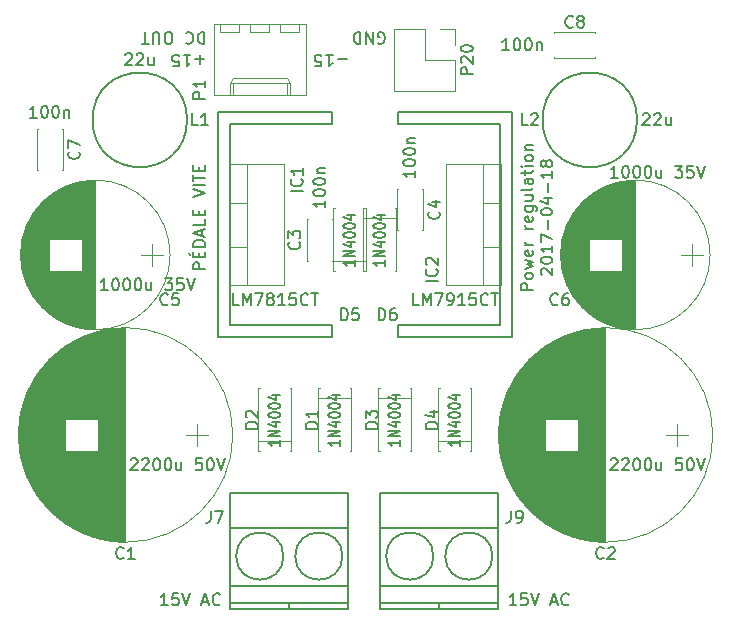
<source format=gto>
G04 #@! TF.FileFunction,Legend,Top*
%FSLAX46Y46*%
G04 Gerber Fmt 4.6, Leading zero omitted, Abs format (unit mm)*
G04 Created by KiCad (PCBNEW 4.0.6) date 11/03/19 09:37:08*
%MOMM*%
%LPD*%
G01*
G04 APERTURE LIST*
%ADD10C,0.100000*%
%ADD11C,0.150000*%
%ADD12C,0.120000*%
G04 APERTURE END LIST*
D10*
D11*
X72516905Y-192222381D02*
X71945476Y-192222381D01*
X72231190Y-192222381D02*
X72231190Y-191222381D01*
X72135952Y-191365238D01*
X72040714Y-191460476D01*
X71945476Y-191508095D01*
X73421667Y-191222381D02*
X72945476Y-191222381D01*
X72897857Y-191698571D01*
X72945476Y-191650952D01*
X73040714Y-191603333D01*
X73278810Y-191603333D01*
X73374048Y-191650952D01*
X73421667Y-191698571D01*
X73469286Y-191793810D01*
X73469286Y-192031905D01*
X73421667Y-192127143D01*
X73374048Y-192174762D01*
X73278810Y-192222381D01*
X73040714Y-192222381D01*
X72945476Y-192174762D01*
X72897857Y-192127143D01*
X73755000Y-191222381D02*
X74088333Y-192222381D01*
X74421667Y-191222381D01*
X75469286Y-191936667D02*
X75945477Y-191936667D01*
X75374048Y-192222381D02*
X75707381Y-191222381D01*
X76040715Y-192222381D01*
X76945477Y-192127143D02*
X76897858Y-192174762D01*
X76755001Y-192222381D01*
X76659763Y-192222381D01*
X76516905Y-192174762D01*
X76421667Y-192079524D01*
X76374048Y-191984286D01*
X76326429Y-191793810D01*
X76326429Y-191650952D01*
X76374048Y-191460476D01*
X76421667Y-191365238D01*
X76516905Y-191270000D01*
X76659763Y-191222381D01*
X76755001Y-191222381D01*
X76897858Y-191270000D01*
X76945477Y-191317619D01*
X43005952Y-192222381D02*
X42434523Y-192222381D01*
X42720237Y-192222381D02*
X42720237Y-191222381D01*
X42624999Y-191365238D01*
X42529761Y-191460476D01*
X42434523Y-191508095D01*
X43910714Y-191222381D02*
X43434523Y-191222381D01*
X43386904Y-191698571D01*
X43434523Y-191650952D01*
X43529761Y-191603333D01*
X43767857Y-191603333D01*
X43863095Y-191650952D01*
X43910714Y-191698571D01*
X43958333Y-191793810D01*
X43958333Y-192031905D01*
X43910714Y-192127143D01*
X43863095Y-192174762D01*
X43767857Y-192222381D01*
X43529761Y-192222381D01*
X43434523Y-192174762D01*
X43386904Y-192127143D01*
X44244047Y-191222381D02*
X44577380Y-192222381D01*
X44910714Y-191222381D01*
X45958333Y-191936667D02*
X46434524Y-191936667D01*
X45863095Y-192222381D02*
X46196428Y-191222381D01*
X46529762Y-192222381D01*
X47434524Y-192127143D02*
X47386905Y-192174762D01*
X47244048Y-192222381D01*
X47148810Y-192222381D01*
X47005952Y-192174762D01*
X46910714Y-192079524D01*
X46863095Y-191984286D01*
X46815476Y-191793810D01*
X46815476Y-191650952D01*
X46863095Y-191460476D01*
X46910714Y-191365238D01*
X47005952Y-191270000D01*
X47148810Y-191222381D01*
X47244048Y-191222381D01*
X47386905Y-191270000D01*
X47434524Y-191317619D01*
X60833095Y-144645000D02*
X60928333Y-144692619D01*
X61071190Y-144692619D01*
X61214048Y-144645000D01*
X61309286Y-144549762D01*
X61356905Y-144454524D01*
X61404524Y-144264048D01*
X61404524Y-144121190D01*
X61356905Y-143930714D01*
X61309286Y-143835476D01*
X61214048Y-143740238D01*
X61071190Y-143692619D01*
X60975952Y-143692619D01*
X60833095Y-143740238D01*
X60785476Y-143787857D01*
X60785476Y-144121190D01*
X60975952Y-144121190D01*
X60356905Y-143692619D02*
X60356905Y-144692619D01*
X59785476Y-143692619D01*
X59785476Y-144692619D01*
X59309286Y-143692619D02*
X59309286Y-144692619D01*
X59071191Y-144692619D01*
X58928333Y-144645000D01*
X58833095Y-144549762D01*
X58785476Y-144454524D01*
X58737857Y-144264048D01*
X58737857Y-144121190D01*
X58785476Y-143930714D01*
X58833095Y-143835476D01*
X58928333Y-143740238D01*
X59071191Y-143692619D01*
X59309286Y-143692619D01*
X46116905Y-143692619D02*
X46116905Y-144692619D01*
X45878810Y-144692619D01*
X45735952Y-144645000D01*
X45640714Y-144549762D01*
X45593095Y-144454524D01*
X45545476Y-144264048D01*
X45545476Y-144121190D01*
X45593095Y-143930714D01*
X45640714Y-143835476D01*
X45735952Y-143740238D01*
X45878810Y-143692619D01*
X46116905Y-143692619D01*
X44545476Y-143787857D02*
X44593095Y-143740238D01*
X44735952Y-143692619D01*
X44831190Y-143692619D01*
X44974048Y-143740238D01*
X45069286Y-143835476D01*
X45116905Y-143930714D01*
X45164524Y-144121190D01*
X45164524Y-144264048D01*
X45116905Y-144454524D01*
X45069286Y-144549762D01*
X44974048Y-144645000D01*
X44831190Y-144692619D01*
X44735952Y-144692619D01*
X44593095Y-144645000D01*
X44545476Y-144597381D01*
X43164524Y-144692619D02*
X42974047Y-144692619D01*
X42878809Y-144645000D01*
X42783571Y-144549762D01*
X42735952Y-144359286D01*
X42735952Y-144025952D01*
X42783571Y-143835476D01*
X42878809Y-143740238D01*
X42974047Y-143692619D01*
X43164524Y-143692619D01*
X43259762Y-143740238D01*
X43355000Y-143835476D01*
X43402619Y-144025952D01*
X43402619Y-144359286D01*
X43355000Y-144549762D01*
X43259762Y-144645000D01*
X43164524Y-144692619D01*
X42307381Y-144692619D02*
X42307381Y-143883095D01*
X42259762Y-143787857D01*
X42212143Y-143740238D01*
X42116905Y-143692619D01*
X41926428Y-143692619D01*
X41831190Y-143740238D01*
X41783571Y-143787857D01*
X41735952Y-143883095D01*
X41735952Y-144692619D01*
X41402619Y-144692619D02*
X40831190Y-144692619D01*
X41116905Y-143692619D02*
X41116905Y-144692619D01*
X58149762Y-145978571D02*
X57387857Y-145978571D01*
X56387857Y-145597619D02*
X56959286Y-145597619D01*
X56673572Y-145597619D02*
X56673572Y-146597619D01*
X56768810Y-146454762D01*
X56864048Y-146359524D01*
X56959286Y-146311905D01*
X55483095Y-146597619D02*
X55959286Y-146597619D01*
X56006905Y-146121429D01*
X55959286Y-146169048D01*
X55864048Y-146216667D01*
X55625952Y-146216667D01*
X55530714Y-146169048D01*
X55483095Y-146121429D01*
X55435476Y-146026190D01*
X55435476Y-145788095D01*
X55483095Y-145692857D01*
X55530714Y-145645238D01*
X55625952Y-145597619D01*
X55864048Y-145597619D01*
X55959286Y-145645238D01*
X56006905Y-145692857D01*
X46116905Y-145978571D02*
X45355000Y-145978571D01*
X45735952Y-145597619D02*
X45735952Y-146359524D01*
X44355000Y-145597619D02*
X44926429Y-145597619D01*
X44640715Y-145597619D02*
X44640715Y-146597619D01*
X44735953Y-146454762D01*
X44831191Y-146359524D01*
X44926429Y-146311905D01*
X43450238Y-146597619D02*
X43926429Y-146597619D01*
X43974048Y-146121429D01*
X43926429Y-146169048D01*
X43831191Y-146216667D01*
X43593095Y-146216667D01*
X43497857Y-146169048D01*
X43450238Y-146121429D01*
X43402619Y-146026190D01*
X43402619Y-145788095D01*
X43450238Y-145692857D01*
X43497857Y-145645238D01*
X43593095Y-145597619D01*
X43831191Y-145597619D01*
X43926429Y-145645238D01*
X43974048Y-145692857D01*
X73922381Y-165527858D02*
X72922381Y-165527858D01*
X72922381Y-165146905D01*
X72970000Y-165051667D01*
X73017619Y-165004048D01*
X73112857Y-164956429D01*
X73255714Y-164956429D01*
X73350952Y-165004048D01*
X73398571Y-165051667D01*
X73446190Y-165146905D01*
X73446190Y-165527858D01*
X73922381Y-164385001D02*
X73874762Y-164480239D01*
X73827143Y-164527858D01*
X73731905Y-164575477D01*
X73446190Y-164575477D01*
X73350952Y-164527858D01*
X73303333Y-164480239D01*
X73255714Y-164385001D01*
X73255714Y-164242143D01*
X73303333Y-164146905D01*
X73350952Y-164099286D01*
X73446190Y-164051667D01*
X73731905Y-164051667D01*
X73827143Y-164099286D01*
X73874762Y-164146905D01*
X73922381Y-164242143D01*
X73922381Y-164385001D01*
X73255714Y-163718334D02*
X73922381Y-163527858D01*
X73446190Y-163337381D01*
X73922381Y-163146905D01*
X73255714Y-162956429D01*
X73874762Y-162194524D02*
X73922381Y-162289762D01*
X73922381Y-162480239D01*
X73874762Y-162575477D01*
X73779524Y-162623096D01*
X73398571Y-162623096D01*
X73303333Y-162575477D01*
X73255714Y-162480239D01*
X73255714Y-162289762D01*
X73303333Y-162194524D01*
X73398571Y-162146905D01*
X73493810Y-162146905D01*
X73589048Y-162623096D01*
X73922381Y-161718334D02*
X73255714Y-161718334D01*
X73446190Y-161718334D02*
X73350952Y-161670715D01*
X73303333Y-161623096D01*
X73255714Y-161527858D01*
X73255714Y-161432619D01*
X73922381Y-160337381D02*
X73255714Y-160337381D01*
X73446190Y-160337381D02*
X73350952Y-160289762D01*
X73303333Y-160242143D01*
X73255714Y-160146905D01*
X73255714Y-160051666D01*
X73874762Y-159337380D02*
X73922381Y-159432618D01*
X73922381Y-159623095D01*
X73874762Y-159718333D01*
X73779524Y-159765952D01*
X73398571Y-159765952D01*
X73303333Y-159718333D01*
X73255714Y-159623095D01*
X73255714Y-159432618D01*
X73303333Y-159337380D01*
X73398571Y-159289761D01*
X73493810Y-159289761D01*
X73589048Y-159765952D01*
X73255714Y-158432618D02*
X74065238Y-158432618D01*
X74160476Y-158480237D01*
X74208095Y-158527856D01*
X74255714Y-158623095D01*
X74255714Y-158765952D01*
X74208095Y-158861190D01*
X73874762Y-158432618D02*
X73922381Y-158527856D01*
X73922381Y-158718333D01*
X73874762Y-158813571D01*
X73827143Y-158861190D01*
X73731905Y-158908809D01*
X73446190Y-158908809D01*
X73350952Y-158861190D01*
X73303333Y-158813571D01*
X73255714Y-158718333D01*
X73255714Y-158527856D01*
X73303333Y-158432618D01*
X73255714Y-157527856D02*
X73922381Y-157527856D01*
X73255714Y-157956428D02*
X73779524Y-157956428D01*
X73874762Y-157908809D01*
X73922381Y-157813571D01*
X73922381Y-157670713D01*
X73874762Y-157575475D01*
X73827143Y-157527856D01*
X73922381Y-156908809D02*
X73874762Y-157004047D01*
X73779524Y-157051666D01*
X72922381Y-157051666D01*
X73922381Y-156099284D02*
X73398571Y-156099284D01*
X73303333Y-156146903D01*
X73255714Y-156242141D01*
X73255714Y-156432618D01*
X73303333Y-156527856D01*
X73874762Y-156099284D02*
X73922381Y-156194522D01*
X73922381Y-156432618D01*
X73874762Y-156527856D01*
X73779524Y-156575475D01*
X73684286Y-156575475D01*
X73589048Y-156527856D01*
X73541429Y-156432618D01*
X73541429Y-156194522D01*
X73493810Y-156099284D01*
X73255714Y-155765951D02*
X73255714Y-155384999D01*
X72922381Y-155623094D02*
X73779524Y-155623094D01*
X73874762Y-155575475D01*
X73922381Y-155480237D01*
X73922381Y-155384999D01*
X73922381Y-155051665D02*
X73255714Y-155051665D01*
X72922381Y-155051665D02*
X72970000Y-155099284D01*
X73017619Y-155051665D01*
X72970000Y-155004046D01*
X72922381Y-155051665D01*
X73017619Y-155051665D01*
X73922381Y-154432618D02*
X73874762Y-154527856D01*
X73827143Y-154575475D01*
X73731905Y-154623094D01*
X73446190Y-154623094D01*
X73350952Y-154575475D01*
X73303333Y-154527856D01*
X73255714Y-154432618D01*
X73255714Y-154289760D01*
X73303333Y-154194522D01*
X73350952Y-154146903D01*
X73446190Y-154099284D01*
X73731905Y-154099284D01*
X73827143Y-154146903D01*
X73874762Y-154194522D01*
X73922381Y-154289760D01*
X73922381Y-154432618D01*
X73255714Y-153670713D02*
X73922381Y-153670713D01*
X73350952Y-153670713D02*
X73303333Y-153623094D01*
X73255714Y-153527856D01*
X73255714Y-153384998D01*
X73303333Y-153289760D01*
X73398571Y-153242141D01*
X73922381Y-153242141D01*
X74667619Y-164242143D02*
X74620000Y-164194524D01*
X74572381Y-164099286D01*
X74572381Y-163861190D01*
X74620000Y-163765952D01*
X74667619Y-163718333D01*
X74762857Y-163670714D01*
X74858095Y-163670714D01*
X75000952Y-163718333D01*
X75572381Y-164289762D01*
X75572381Y-163670714D01*
X74572381Y-163051667D02*
X74572381Y-162956428D01*
X74620000Y-162861190D01*
X74667619Y-162813571D01*
X74762857Y-162765952D01*
X74953333Y-162718333D01*
X75191429Y-162718333D01*
X75381905Y-162765952D01*
X75477143Y-162813571D01*
X75524762Y-162861190D01*
X75572381Y-162956428D01*
X75572381Y-163051667D01*
X75524762Y-163146905D01*
X75477143Y-163194524D01*
X75381905Y-163242143D01*
X75191429Y-163289762D01*
X74953333Y-163289762D01*
X74762857Y-163242143D01*
X74667619Y-163194524D01*
X74620000Y-163146905D01*
X74572381Y-163051667D01*
X75572381Y-161765952D02*
X75572381Y-162337381D01*
X75572381Y-162051667D02*
X74572381Y-162051667D01*
X74715238Y-162146905D01*
X74810476Y-162242143D01*
X74858095Y-162337381D01*
X74572381Y-161432619D02*
X74572381Y-160765952D01*
X75572381Y-161194524D01*
X75191429Y-160385000D02*
X75191429Y-159623095D01*
X74572381Y-158956429D02*
X74572381Y-158861190D01*
X74620000Y-158765952D01*
X74667619Y-158718333D01*
X74762857Y-158670714D01*
X74953333Y-158623095D01*
X75191429Y-158623095D01*
X75381905Y-158670714D01*
X75477143Y-158718333D01*
X75524762Y-158765952D01*
X75572381Y-158861190D01*
X75572381Y-158956429D01*
X75524762Y-159051667D01*
X75477143Y-159099286D01*
X75381905Y-159146905D01*
X75191429Y-159194524D01*
X74953333Y-159194524D01*
X74762857Y-159146905D01*
X74667619Y-159099286D01*
X74620000Y-159051667D01*
X74572381Y-158956429D01*
X74905714Y-157765952D02*
X75572381Y-157765952D01*
X74524762Y-158004048D02*
X75239048Y-158242143D01*
X75239048Y-157623095D01*
X75191429Y-157242143D02*
X75191429Y-156480238D01*
X75572381Y-155480238D02*
X75572381Y-156051667D01*
X75572381Y-155765953D02*
X74572381Y-155765953D01*
X74715238Y-155861191D01*
X74810476Y-155956429D01*
X74858095Y-156051667D01*
X75000952Y-154908810D02*
X74953333Y-155004048D01*
X74905714Y-155051667D01*
X74810476Y-155099286D01*
X74762857Y-155099286D01*
X74667619Y-155051667D01*
X74620000Y-155004048D01*
X74572381Y-154908810D01*
X74572381Y-154718333D01*
X74620000Y-154623095D01*
X74667619Y-154575476D01*
X74762857Y-154527857D01*
X74810476Y-154527857D01*
X74905714Y-154575476D01*
X74953333Y-154623095D01*
X75000952Y-154718333D01*
X75000952Y-154908810D01*
X75048571Y-155004048D01*
X75096190Y-155051667D01*
X75191429Y-155099286D01*
X75381905Y-155099286D01*
X75477143Y-155051667D01*
X75524762Y-155004048D01*
X75572381Y-154908810D01*
X75572381Y-154718333D01*
X75524762Y-154623095D01*
X75477143Y-154575476D01*
X75381905Y-154527857D01*
X75191429Y-154527857D01*
X75096190Y-154575476D01*
X75048571Y-154623095D01*
X75000952Y-154718333D01*
X46172381Y-163765953D02*
X45172381Y-163765953D01*
X45172381Y-163385000D01*
X45220000Y-163289762D01*
X45267619Y-163242143D01*
X45362857Y-163194524D01*
X45505714Y-163194524D01*
X45600952Y-163242143D01*
X45648571Y-163289762D01*
X45696190Y-163385000D01*
X45696190Y-163765953D01*
X45648571Y-162765953D02*
X45648571Y-162432619D01*
X46172381Y-162289762D02*
X46172381Y-162765953D01*
X45172381Y-162765953D01*
X45172381Y-162289762D01*
X44791429Y-162432619D02*
X44934286Y-162575477D01*
X46172381Y-161861191D02*
X45172381Y-161861191D01*
X45172381Y-161623096D01*
X45220000Y-161480238D01*
X45315238Y-161385000D01*
X45410476Y-161337381D01*
X45600952Y-161289762D01*
X45743810Y-161289762D01*
X45934286Y-161337381D01*
X46029524Y-161385000D01*
X46124762Y-161480238D01*
X46172381Y-161623096D01*
X46172381Y-161861191D01*
X45886667Y-160908810D02*
X45886667Y-160432619D01*
X46172381Y-161004048D02*
X45172381Y-160670715D01*
X46172381Y-160337381D01*
X46172381Y-159527857D02*
X46172381Y-160004048D01*
X45172381Y-160004048D01*
X45648571Y-159194524D02*
X45648571Y-158861190D01*
X46172381Y-158718333D02*
X46172381Y-159194524D01*
X45172381Y-159194524D01*
X45172381Y-158718333D01*
X45172381Y-157670714D02*
X46172381Y-157337381D01*
X45172381Y-157004047D01*
X46172381Y-156670714D02*
X45172381Y-156670714D01*
X45172381Y-156337381D02*
X45172381Y-155765952D01*
X46172381Y-156051667D02*
X45172381Y-156051667D01*
X45648571Y-155432619D02*
X45648571Y-155099285D01*
X46172381Y-154956428D02*
X46172381Y-155432619D01*
X45172381Y-155432619D01*
X45172381Y-154956428D01*
D12*
X48520000Y-177800000D02*
G75*
G03X48520000Y-177800000I-9090000J0D01*
G01*
X39430000Y-186850000D02*
X39430000Y-168750000D01*
X39390000Y-186850000D02*
X39390000Y-168750000D01*
X39350000Y-186850000D02*
X39350000Y-168750000D01*
X39310000Y-186850000D02*
X39310000Y-168750000D01*
X39270000Y-186849000D02*
X39270000Y-168751000D01*
X39230000Y-186848000D02*
X39230000Y-168752000D01*
X39190000Y-186847000D02*
X39190000Y-168753000D01*
X39150000Y-186846000D02*
X39150000Y-168754000D01*
X39110000Y-186845000D02*
X39110000Y-168755000D01*
X39070000Y-186843000D02*
X39070000Y-168757000D01*
X39030000Y-186842000D02*
X39030000Y-168758000D01*
X38990000Y-186840000D02*
X38990000Y-168760000D01*
X38950000Y-186838000D02*
X38950000Y-168762000D01*
X38910000Y-186836000D02*
X38910000Y-168764000D01*
X38870000Y-186833000D02*
X38870000Y-168767000D01*
X38830000Y-186831000D02*
X38830000Y-168769000D01*
X38790000Y-186828000D02*
X38790000Y-168772000D01*
X38750000Y-186825000D02*
X38750000Y-168775000D01*
X38709000Y-186822000D02*
X38709000Y-168778000D01*
X38669000Y-186819000D02*
X38669000Y-168781000D01*
X38629000Y-186815000D02*
X38629000Y-168785000D01*
X38589000Y-186812000D02*
X38589000Y-168788000D01*
X38549000Y-186808000D02*
X38549000Y-168792000D01*
X38509000Y-186804000D02*
X38509000Y-168796000D01*
X38469000Y-186800000D02*
X38469000Y-168800000D01*
X38429000Y-186795000D02*
X38429000Y-168805000D01*
X38389000Y-186791000D02*
X38389000Y-168809000D01*
X38349000Y-186786000D02*
X38349000Y-168814000D01*
X38309000Y-186781000D02*
X38309000Y-168819000D01*
X38269000Y-186776000D02*
X38269000Y-168824000D01*
X38229000Y-186771000D02*
X38229000Y-168829000D01*
X38189000Y-186766000D02*
X38189000Y-168834000D01*
X38149000Y-186760000D02*
X38149000Y-168840000D01*
X38109000Y-186754000D02*
X38109000Y-168846000D01*
X38069000Y-186748000D02*
X38069000Y-168852000D01*
X38029000Y-186742000D02*
X38029000Y-168858000D01*
X37989000Y-186736000D02*
X37989000Y-168864000D01*
X37949000Y-186729000D02*
X37949000Y-168871000D01*
X37909000Y-186723000D02*
X37909000Y-168877000D01*
X37869000Y-186716000D02*
X37869000Y-168884000D01*
X37829000Y-186709000D02*
X37829000Y-168891000D01*
X37789000Y-186701000D02*
X37789000Y-168899000D01*
X37749000Y-186694000D02*
X37749000Y-168906000D01*
X37709000Y-186686000D02*
X37709000Y-168914000D01*
X37669000Y-186678000D02*
X37669000Y-168922000D01*
X37629000Y-186670000D02*
X37629000Y-168930000D01*
X37589000Y-186662000D02*
X37589000Y-168938000D01*
X37549000Y-186654000D02*
X37549000Y-168946000D01*
X37509000Y-186645000D02*
X37509000Y-168955000D01*
X37469000Y-186637000D02*
X37469000Y-168963000D01*
X37429000Y-186628000D02*
X37429000Y-168972000D01*
X37389000Y-186619000D02*
X37389000Y-168981000D01*
X37349000Y-186609000D02*
X37349000Y-168991000D01*
X37309000Y-186600000D02*
X37309000Y-169000000D01*
X37269000Y-186590000D02*
X37269000Y-169010000D01*
X37229000Y-186580000D02*
X37229000Y-169020000D01*
X37189000Y-186570000D02*
X37189000Y-169030000D01*
X37149000Y-186560000D02*
X37149000Y-169040000D01*
X37109000Y-186549000D02*
X37109000Y-169051000D01*
X37069000Y-186539000D02*
X37069000Y-169061000D01*
X37029000Y-186528000D02*
X37029000Y-179180000D01*
X37029000Y-176420000D02*
X37029000Y-169072000D01*
X36989000Y-186517000D02*
X36989000Y-179180000D01*
X36989000Y-176420000D02*
X36989000Y-169083000D01*
X36949000Y-186506000D02*
X36949000Y-179180000D01*
X36949000Y-176420000D02*
X36949000Y-169094000D01*
X36909000Y-186494000D02*
X36909000Y-179180000D01*
X36909000Y-176420000D02*
X36909000Y-169106000D01*
X36869000Y-186483000D02*
X36869000Y-179180000D01*
X36869000Y-176420000D02*
X36869000Y-169117000D01*
X36829000Y-186471000D02*
X36829000Y-179180000D01*
X36829000Y-176420000D02*
X36829000Y-169129000D01*
X36789000Y-186459000D02*
X36789000Y-179180000D01*
X36789000Y-176420000D02*
X36789000Y-169141000D01*
X36749000Y-186446000D02*
X36749000Y-179180000D01*
X36749000Y-176420000D02*
X36749000Y-169154000D01*
X36709000Y-186434000D02*
X36709000Y-179180000D01*
X36709000Y-176420000D02*
X36709000Y-169166000D01*
X36669000Y-186421000D02*
X36669000Y-179180000D01*
X36669000Y-176420000D02*
X36669000Y-169179000D01*
X36629000Y-186409000D02*
X36629000Y-179180000D01*
X36629000Y-176420000D02*
X36629000Y-169191000D01*
X36589000Y-186395000D02*
X36589000Y-179180000D01*
X36589000Y-176420000D02*
X36589000Y-169205000D01*
X36549000Y-186382000D02*
X36549000Y-179180000D01*
X36549000Y-176420000D02*
X36549000Y-169218000D01*
X36509000Y-186369000D02*
X36509000Y-179180000D01*
X36509000Y-176420000D02*
X36509000Y-169231000D01*
X36469000Y-186355000D02*
X36469000Y-179180000D01*
X36469000Y-176420000D02*
X36469000Y-169245000D01*
X36429000Y-186341000D02*
X36429000Y-179180000D01*
X36429000Y-176420000D02*
X36429000Y-169259000D01*
X36389000Y-186327000D02*
X36389000Y-179180000D01*
X36389000Y-176420000D02*
X36389000Y-169273000D01*
X36349000Y-186313000D02*
X36349000Y-179180000D01*
X36349000Y-176420000D02*
X36349000Y-169287000D01*
X36309000Y-186298000D02*
X36309000Y-179180000D01*
X36309000Y-176420000D02*
X36309000Y-169302000D01*
X36269000Y-186284000D02*
X36269000Y-179180000D01*
X36269000Y-176420000D02*
X36269000Y-169316000D01*
X36229000Y-186269000D02*
X36229000Y-179180000D01*
X36229000Y-176420000D02*
X36229000Y-169331000D01*
X36189000Y-186253000D02*
X36189000Y-179180000D01*
X36189000Y-176420000D02*
X36189000Y-169347000D01*
X36149000Y-186238000D02*
X36149000Y-179180000D01*
X36149000Y-176420000D02*
X36149000Y-169362000D01*
X36109000Y-186223000D02*
X36109000Y-179180000D01*
X36109000Y-176420000D02*
X36109000Y-169377000D01*
X36069000Y-186207000D02*
X36069000Y-179180000D01*
X36069000Y-176420000D02*
X36069000Y-169393000D01*
X36029000Y-186191000D02*
X36029000Y-179180000D01*
X36029000Y-176420000D02*
X36029000Y-169409000D01*
X35989000Y-186174000D02*
X35989000Y-179180000D01*
X35989000Y-176420000D02*
X35989000Y-169426000D01*
X35949000Y-186158000D02*
X35949000Y-179180000D01*
X35949000Y-176420000D02*
X35949000Y-169442000D01*
X35909000Y-186141000D02*
X35909000Y-179180000D01*
X35909000Y-176420000D02*
X35909000Y-169459000D01*
X35869000Y-186124000D02*
X35869000Y-179180000D01*
X35869000Y-176420000D02*
X35869000Y-169476000D01*
X35829000Y-186107000D02*
X35829000Y-179180000D01*
X35829000Y-176420000D02*
X35829000Y-169493000D01*
X35789000Y-186090000D02*
X35789000Y-179180000D01*
X35789000Y-176420000D02*
X35789000Y-169510000D01*
X35749000Y-186072000D02*
X35749000Y-179180000D01*
X35749000Y-176420000D02*
X35749000Y-169528000D01*
X35709000Y-186054000D02*
X35709000Y-179180000D01*
X35709000Y-176420000D02*
X35709000Y-169546000D01*
X35669000Y-186036000D02*
X35669000Y-179180000D01*
X35669000Y-176420000D02*
X35669000Y-169564000D01*
X35629000Y-186018000D02*
X35629000Y-179180000D01*
X35629000Y-176420000D02*
X35629000Y-169582000D01*
X35589000Y-186000000D02*
X35589000Y-179180000D01*
X35589000Y-176420000D02*
X35589000Y-169600000D01*
X35549000Y-185981000D02*
X35549000Y-179180000D01*
X35549000Y-176420000D02*
X35549000Y-169619000D01*
X35509000Y-185962000D02*
X35509000Y-179180000D01*
X35509000Y-176420000D02*
X35509000Y-169638000D01*
X35469000Y-185943000D02*
X35469000Y-179180000D01*
X35469000Y-176420000D02*
X35469000Y-169657000D01*
X35429000Y-185923000D02*
X35429000Y-179180000D01*
X35429000Y-176420000D02*
X35429000Y-169677000D01*
X35389000Y-185903000D02*
X35389000Y-179180000D01*
X35389000Y-176420000D02*
X35389000Y-169697000D01*
X35349000Y-185883000D02*
X35349000Y-179180000D01*
X35349000Y-176420000D02*
X35349000Y-169717000D01*
X35309000Y-185863000D02*
X35309000Y-179180000D01*
X35309000Y-176420000D02*
X35309000Y-169737000D01*
X35269000Y-185843000D02*
X35269000Y-179180000D01*
X35269000Y-176420000D02*
X35269000Y-169757000D01*
X35229000Y-185822000D02*
X35229000Y-179180000D01*
X35229000Y-176420000D02*
X35229000Y-169778000D01*
X35189000Y-185801000D02*
X35189000Y-179180000D01*
X35189000Y-176420000D02*
X35189000Y-169799000D01*
X35149000Y-185780000D02*
X35149000Y-179180000D01*
X35149000Y-176420000D02*
X35149000Y-169820000D01*
X35109000Y-185758000D02*
X35109000Y-179180000D01*
X35109000Y-176420000D02*
X35109000Y-169842000D01*
X35069000Y-185737000D02*
X35069000Y-179180000D01*
X35069000Y-176420000D02*
X35069000Y-169863000D01*
X35029000Y-185715000D02*
X35029000Y-179180000D01*
X35029000Y-176420000D02*
X35029000Y-169885000D01*
X34989000Y-185692000D02*
X34989000Y-179180000D01*
X34989000Y-176420000D02*
X34989000Y-169908000D01*
X34949000Y-185670000D02*
X34949000Y-179180000D01*
X34949000Y-176420000D02*
X34949000Y-169930000D01*
X34909000Y-185647000D02*
X34909000Y-179180000D01*
X34909000Y-176420000D02*
X34909000Y-169953000D01*
X34869000Y-185624000D02*
X34869000Y-179180000D01*
X34869000Y-176420000D02*
X34869000Y-169976000D01*
X34829000Y-185601000D02*
X34829000Y-179180000D01*
X34829000Y-176420000D02*
X34829000Y-169999000D01*
X34789000Y-185577000D02*
X34789000Y-179180000D01*
X34789000Y-176420000D02*
X34789000Y-170023000D01*
X34749000Y-185553000D02*
X34749000Y-179180000D01*
X34749000Y-176420000D02*
X34749000Y-170047000D01*
X34709000Y-185529000D02*
X34709000Y-179180000D01*
X34709000Y-176420000D02*
X34709000Y-170071000D01*
X34669000Y-185505000D02*
X34669000Y-179180000D01*
X34669000Y-176420000D02*
X34669000Y-170095000D01*
X34629000Y-185480000D02*
X34629000Y-179180000D01*
X34629000Y-176420000D02*
X34629000Y-170120000D01*
X34589000Y-185455000D02*
X34589000Y-179180000D01*
X34589000Y-176420000D02*
X34589000Y-170145000D01*
X34549000Y-185430000D02*
X34549000Y-179180000D01*
X34549000Y-176420000D02*
X34549000Y-170170000D01*
X34509000Y-185404000D02*
X34509000Y-179180000D01*
X34509000Y-176420000D02*
X34509000Y-170196000D01*
X34469000Y-185378000D02*
X34469000Y-179180000D01*
X34469000Y-176420000D02*
X34469000Y-170222000D01*
X34429000Y-185352000D02*
X34429000Y-179180000D01*
X34429000Y-176420000D02*
X34429000Y-170248000D01*
X34389000Y-185325000D02*
X34389000Y-179180000D01*
X34389000Y-176420000D02*
X34389000Y-170275000D01*
X34349000Y-185299000D02*
X34349000Y-179180000D01*
X34349000Y-176420000D02*
X34349000Y-170301000D01*
X34309000Y-185271000D02*
X34309000Y-179180000D01*
X34309000Y-176420000D02*
X34309000Y-170329000D01*
X34269000Y-185244000D02*
X34269000Y-170356000D01*
X34229000Y-185216000D02*
X34229000Y-170384000D01*
X34189000Y-185188000D02*
X34189000Y-170412000D01*
X34149000Y-185160000D02*
X34149000Y-170440000D01*
X34109000Y-185131000D02*
X34109000Y-170469000D01*
X34069000Y-185102000D02*
X34069000Y-170498000D01*
X34029000Y-185073000D02*
X34029000Y-170527000D01*
X33989000Y-185043000D02*
X33989000Y-170557000D01*
X33949000Y-185013000D02*
X33949000Y-170587000D01*
X33909000Y-184983000D02*
X33909000Y-170617000D01*
X33869000Y-184952000D02*
X33869000Y-170648000D01*
X33829000Y-184921000D02*
X33829000Y-170679000D01*
X33789000Y-184889000D02*
X33789000Y-170711000D01*
X33749000Y-184857000D02*
X33749000Y-170743000D01*
X33709000Y-184825000D02*
X33709000Y-170775000D01*
X33669000Y-184793000D02*
X33669000Y-170807000D01*
X33629000Y-184760000D02*
X33629000Y-170840000D01*
X33589000Y-184726000D02*
X33589000Y-170874000D01*
X33549000Y-184693000D02*
X33549000Y-170907000D01*
X33509000Y-184658000D02*
X33509000Y-170942000D01*
X33469000Y-184624000D02*
X33469000Y-170976000D01*
X33429000Y-184589000D02*
X33429000Y-171011000D01*
X33389000Y-184554000D02*
X33389000Y-171046000D01*
X33349000Y-184518000D02*
X33349000Y-171082000D01*
X33309000Y-184482000D02*
X33309000Y-171118000D01*
X33269000Y-184445000D02*
X33269000Y-171155000D01*
X33229000Y-184408000D02*
X33229000Y-171192000D01*
X33189000Y-184370000D02*
X33189000Y-171230000D01*
X33149000Y-184332000D02*
X33149000Y-171268000D01*
X33109000Y-184294000D02*
X33109000Y-171306000D01*
X33069000Y-184255000D02*
X33069000Y-171345000D01*
X33029000Y-184216000D02*
X33029000Y-171384000D01*
X32989000Y-184176000D02*
X32989000Y-171424000D01*
X32949000Y-184135000D02*
X32949000Y-171465000D01*
X32909000Y-184094000D02*
X32909000Y-171506000D01*
X32869000Y-184053000D02*
X32869000Y-171547000D01*
X32829000Y-184011000D02*
X32829000Y-171589000D01*
X32789000Y-183968000D02*
X32789000Y-171632000D01*
X32749000Y-183925000D02*
X32749000Y-171675000D01*
X32709000Y-183882000D02*
X32709000Y-171718000D01*
X32669000Y-183838000D02*
X32669000Y-171762000D01*
X32629000Y-183793000D02*
X32629000Y-171807000D01*
X32589000Y-183747000D02*
X32589000Y-171853000D01*
X32549000Y-183701000D02*
X32549000Y-171899000D01*
X32509000Y-183655000D02*
X32509000Y-171945000D01*
X32469000Y-183607000D02*
X32469000Y-171993000D01*
X32429000Y-183559000D02*
X32429000Y-172041000D01*
X32389000Y-183511000D02*
X32389000Y-172089000D01*
X32349000Y-183462000D02*
X32349000Y-172138000D01*
X32309000Y-183411000D02*
X32309000Y-172189000D01*
X32269000Y-183361000D02*
X32269000Y-172239000D01*
X32229000Y-183309000D02*
X32229000Y-172291000D01*
X32189000Y-183257000D02*
X32189000Y-172343000D01*
X32149000Y-183204000D02*
X32149000Y-172396000D01*
X32109000Y-183150000D02*
X32109000Y-172450000D01*
X32069000Y-183095000D02*
X32069000Y-172505000D01*
X32029000Y-183040000D02*
X32029000Y-172560000D01*
X31989000Y-182983000D02*
X31989000Y-172617000D01*
X31949000Y-182926000D02*
X31949000Y-172674000D01*
X31909000Y-182867000D02*
X31909000Y-172733000D01*
X31869000Y-182808000D02*
X31869000Y-172792000D01*
X31829000Y-182747000D02*
X31829000Y-172853000D01*
X31789000Y-182686000D02*
X31789000Y-172914000D01*
X31749000Y-182623000D02*
X31749000Y-172977000D01*
X31709000Y-182559000D02*
X31709000Y-173041000D01*
X31669000Y-182494000D02*
X31669000Y-173106000D01*
X31629000Y-182428000D02*
X31629000Y-173172000D01*
X31589000Y-182361000D02*
X31589000Y-173239000D01*
X31549000Y-182292000D02*
X31549000Y-173308000D01*
X31509000Y-182222000D02*
X31509000Y-173378000D01*
X31469000Y-182150000D02*
X31469000Y-173450000D01*
X31429000Y-182077000D02*
X31429000Y-173523000D01*
X31389000Y-182002000D02*
X31389000Y-173598000D01*
X31349000Y-181925000D02*
X31349000Y-173675000D01*
X31309000Y-181846000D02*
X31309000Y-173754000D01*
X31269000Y-181766000D02*
X31269000Y-173834000D01*
X31230000Y-181683000D02*
X31230000Y-173917000D01*
X31190000Y-181599000D02*
X31190000Y-174001000D01*
X31150000Y-181511000D02*
X31150000Y-174089000D01*
X31110000Y-181422000D02*
X31110000Y-174178000D01*
X31070000Y-181330000D02*
X31070000Y-174270000D01*
X31030000Y-181234000D02*
X31030000Y-174366000D01*
X30990000Y-181136000D02*
X30990000Y-174464000D01*
X30950000Y-181034000D02*
X30950000Y-174566000D01*
X30910000Y-180929000D02*
X30910000Y-174671000D01*
X30870000Y-180819000D02*
X30870000Y-174781000D01*
X30830000Y-180705000D02*
X30830000Y-174895000D01*
X30790000Y-180585000D02*
X30790000Y-175015000D01*
X30750000Y-180460000D02*
X30750000Y-175140000D01*
X30710000Y-180328000D02*
X30710000Y-175272000D01*
X30670000Y-180188000D02*
X30670000Y-175412000D01*
X30630000Y-180038000D02*
X30630000Y-175562000D01*
X30590000Y-179878000D02*
X30590000Y-175722000D01*
X30550000Y-179703000D02*
X30550000Y-175897000D01*
X30510000Y-179510000D02*
X30510000Y-176090000D01*
X30470000Y-179292000D02*
X30470000Y-176308000D01*
X30430000Y-179036000D02*
X30430000Y-176564000D01*
X30390000Y-178713000D02*
X30390000Y-176887000D01*
X30350000Y-178187000D02*
X30350000Y-177413000D01*
X46380000Y-177800000D02*
X44580000Y-177800000D01*
X45480000Y-178700000D02*
X45480000Y-176900000D01*
X89160000Y-177800000D02*
G75*
G03X89160000Y-177800000I-9090000J0D01*
G01*
X80070000Y-186850000D02*
X80070000Y-168750000D01*
X80030000Y-186850000D02*
X80030000Y-168750000D01*
X79990000Y-186850000D02*
X79990000Y-168750000D01*
X79950000Y-186850000D02*
X79950000Y-168750000D01*
X79910000Y-186849000D02*
X79910000Y-168751000D01*
X79870000Y-186848000D02*
X79870000Y-168752000D01*
X79830000Y-186847000D02*
X79830000Y-168753000D01*
X79790000Y-186846000D02*
X79790000Y-168754000D01*
X79750000Y-186845000D02*
X79750000Y-168755000D01*
X79710000Y-186843000D02*
X79710000Y-168757000D01*
X79670000Y-186842000D02*
X79670000Y-168758000D01*
X79630000Y-186840000D02*
X79630000Y-168760000D01*
X79590000Y-186838000D02*
X79590000Y-168762000D01*
X79550000Y-186836000D02*
X79550000Y-168764000D01*
X79510000Y-186833000D02*
X79510000Y-168767000D01*
X79470000Y-186831000D02*
X79470000Y-168769000D01*
X79430000Y-186828000D02*
X79430000Y-168772000D01*
X79390000Y-186825000D02*
X79390000Y-168775000D01*
X79349000Y-186822000D02*
X79349000Y-168778000D01*
X79309000Y-186819000D02*
X79309000Y-168781000D01*
X79269000Y-186815000D02*
X79269000Y-168785000D01*
X79229000Y-186812000D02*
X79229000Y-168788000D01*
X79189000Y-186808000D02*
X79189000Y-168792000D01*
X79149000Y-186804000D02*
X79149000Y-168796000D01*
X79109000Y-186800000D02*
X79109000Y-168800000D01*
X79069000Y-186795000D02*
X79069000Y-168805000D01*
X79029000Y-186791000D02*
X79029000Y-168809000D01*
X78989000Y-186786000D02*
X78989000Y-168814000D01*
X78949000Y-186781000D02*
X78949000Y-168819000D01*
X78909000Y-186776000D02*
X78909000Y-168824000D01*
X78869000Y-186771000D02*
X78869000Y-168829000D01*
X78829000Y-186766000D02*
X78829000Y-168834000D01*
X78789000Y-186760000D02*
X78789000Y-168840000D01*
X78749000Y-186754000D02*
X78749000Y-168846000D01*
X78709000Y-186748000D02*
X78709000Y-168852000D01*
X78669000Y-186742000D02*
X78669000Y-168858000D01*
X78629000Y-186736000D02*
X78629000Y-168864000D01*
X78589000Y-186729000D02*
X78589000Y-168871000D01*
X78549000Y-186723000D02*
X78549000Y-168877000D01*
X78509000Y-186716000D02*
X78509000Y-168884000D01*
X78469000Y-186709000D02*
X78469000Y-168891000D01*
X78429000Y-186701000D02*
X78429000Y-168899000D01*
X78389000Y-186694000D02*
X78389000Y-168906000D01*
X78349000Y-186686000D02*
X78349000Y-168914000D01*
X78309000Y-186678000D02*
X78309000Y-168922000D01*
X78269000Y-186670000D02*
X78269000Y-168930000D01*
X78229000Y-186662000D02*
X78229000Y-168938000D01*
X78189000Y-186654000D02*
X78189000Y-168946000D01*
X78149000Y-186645000D02*
X78149000Y-168955000D01*
X78109000Y-186637000D02*
X78109000Y-168963000D01*
X78069000Y-186628000D02*
X78069000Y-168972000D01*
X78029000Y-186619000D02*
X78029000Y-168981000D01*
X77989000Y-186609000D02*
X77989000Y-168991000D01*
X77949000Y-186600000D02*
X77949000Y-169000000D01*
X77909000Y-186590000D02*
X77909000Y-169010000D01*
X77869000Y-186580000D02*
X77869000Y-169020000D01*
X77829000Y-186570000D02*
X77829000Y-169030000D01*
X77789000Y-186560000D02*
X77789000Y-169040000D01*
X77749000Y-186549000D02*
X77749000Y-169051000D01*
X77709000Y-186539000D02*
X77709000Y-169061000D01*
X77669000Y-186528000D02*
X77669000Y-179180000D01*
X77669000Y-176420000D02*
X77669000Y-169072000D01*
X77629000Y-186517000D02*
X77629000Y-179180000D01*
X77629000Y-176420000D02*
X77629000Y-169083000D01*
X77589000Y-186506000D02*
X77589000Y-179180000D01*
X77589000Y-176420000D02*
X77589000Y-169094000D01*
X77549000Y-186494000D02*
X77549000Y-179180000D01*
X77549000Y-176420000D02*
X77549000Y-169106000D01*
X77509000Y-186483000D02*
X77509000Y-179180000D01*
X77509000Y-176420000D02*
X77509000Y-169117000D01*
X77469000Y-186471000D02*
X77469000Y-179180000D01*
X77469000Y-176420000D02*
X77469000Y-169129000D01*
X77429000Y-186459000D02*
X77429000Y-179180000D01*
X77429000Y-176420000D02*
X77429000Y-169141000D01*
X77389000Y-186446000D02*
X77389000Y-179180000D01*
X77389000Y-176420000D02*
X77389000Y-169154000D01*
X77349000Y-186434000D02*
X77349000Y-179180000D01*
X77349000Y-176420000D02*
X77349000Y-169166000D01*
X77309000Y-186421000D02*
X77309000Y-179180000D01*
X77309000Y-176420000D02*
X77309000Y-169179000D01*
X77269000Y-186409000D02*
X77269000Y-179180000D01*
X77269000Y-176420000D02*
X77269000Y-169191000D01*
X77229000Y-186395000D02*
X77229000Y-179180000D01*
X77229000Y-176420000D02*
X77229000Y-169205000D01*
X77189000Y-186382000D02*
X77189000Y-179180000D01*
X77189000Y-176420000D02*
X77189000Y-169218000D01*
X77149000Y-186369000D02*
X77149000Y-179180000D01*
X77149000Y-176420000D02*
X77149000Y-169231000D01*
X77109000Y-186355000D02*
X77109000Y-179180000D01*
X77109000Y-176420000D02*
X77109000Y-169245000D01*
X77069000Y-186341000D02*
X77069000Y-179180000D01*
X77069000Y-176420000D02*
X77069000Y-169259000D01*
X77029000Y-186327000D02*
X77029000Y-179180000D01*
X77029000Y-176420000D02*
X77029000Y-169273000D01*
X76989000Y-186313000D02*
X76989000Y-179180000D01*
X76989000Y-176420000D02*
X76989000Y-169287000D01*
X76949000Y-186298000D02*
X76949000Y-179180000D01*
X76949000Y-176420000D02*
X76949000Y-169302000D01*
X76909000Y-186284000D02*
X76909000Y-179180000D01*
X76909000Y-176420000D02*
X76909000Y-169316000D01*
X76869000Y-186269000D02*
X76869000Y-179180000D01*
X76869000Y-176420000D02*
X76869000Y-169331000D01*
X76829000Y-186253000D02*
X76829000Y-179180000D01*
X76829000Y-176420000D02*
X76829000Y-169347000D01*
X76789000Y-186238000D02*
X76789000Y-179180000D01*
X76789000Y-176420000D02*
X76789000Y-169362000D01*
X76749000Y-186223000D02*
X76749000Y-179180000D01*
X76749000Y-176420000D02*
X76749000Y-169377000D01*
X76709000Y-186207000D02*
X76709000Y-179180000D01*
X76709000Y-176420000D02*
X76709000Y-169393000D01*
X76669000Y-186191000D02*
X76669000Y-179180000D01*
X76669000Y-176420000D02*
X76669000Y-169409000D01*
X76629000Y-186174000D02*
X76629000Y-179180000D01*
X76629000Y-176420000D02*
X76629000Y-169426000D01*
X76589000Y-186158000D02*
X76589000Y-179180000D01*
X76589000Y-176420000D02*
X76589000Y-169442000D01*
X76549000Y-186141000D02*
X76549000Y-179180000D01*
X76549000Y-176420000D02*
X76549000Y-169459000D01*
X76509000Y-186124000D02*
X76509000Y-179180000D01*
X76509000Y-176420000D02*
X76509000Y-169476000D01*
X76469000Y-186107000D02*
X76469000Y-179180000D01*
X76469000Y-176420000D02*
X76469000Y-169493000D01*
X76429000Y-186090000D02*
X76429000Y-179180000D01*
X76429000Y-176420000D02*
X76429000Y-169510000D01*
X76389000Y-186072000D02*
X76389000Y-179180000D01*
X76389000Y-176420000D02*
X76389000Y-169528000D01*
X76349000Y-186054000D02*
X76349000Y-179180000D01*
X76349000Y-176420000D02*
X76349000Y-169546000D01*
X76309000Y-186036000D02*
X76309000Y-179180000D01*
X76309000Y-176420000D02*
X76309000Y-169564000D01*
X76269000Y-186018000D02*
X76269000Y-179180000D01*
X76269000Y-176420000D02*
X76269000Y-169582000D01*
X76229000Y-186000000D02*
X76229000Y-179180000D01*
X76229000Y-176420000D02*
X76229000Y-169600000D01*
X76189000Y-185981000D02*
X76189000Y-179180000D01*
X76189000Y-176420000D02*
X76189000Y-169619000D01*
X76149000Y-185962000D02*
X76149000Y-179180000D01*
X76149000Y-176420000D02*
X76149000Y-169638000D01*
X76109000Y-185943000D02*
X76109000Y-179180000D01*
X76109000Y-176420000D02*
X76109000Y-169657000D01*
X76069000Y-185923000D02*
X76069000Y-179180000D01*
X76069000Y-176420000D02*
X76069000Y-169677000D01*
X76029000Y-185903000D02*
X76029000Y-179180000D01*
X76029000Y-176420000D02*
X76029000Y-169697000D01*
X75989000Y-185883000D02*
X75989000Y-179180000D01*
X75989000Y-176420000D02*
X75989000Y-169717000D01*
X75949000Y-185863000D02*
X75949000Y-179180000D01*
X75949000Y-176420000D02*
X75949000Y-169737000D01*
X75909000Y-185843000D02*
X75909000Y-179180000D01*
X75909000Y-176420000D02*
X75909000Y-169757000D01*
X75869000Y-185822000D02*
X75869000Y-179180000D01*
X75869000Y-176420000D02*
X75869000Y-169778000D01*
X75829000Y-185801000D02*
X75829000Y-179180000D01*
X75829000Y-176420000D02*
X75829000Y-169799000D01*
X75789000Y-185780000D02*
X75789000Y-179180000D01*
X75789000Y-176420000D02*
X75789000Y-169820000D01*
X75749000Y-185758000D02*
X75749000Y-179180000D01*
X75749000Y-176420000D02*
X75749000Y-169842000D01*
X75709000Y-185737000D02*
X75709000Y-179180000D01*
X75709000Y-176420000D02*
X75709000Y-169863000D01*
X75669000Y-185715000D02*
X75669000Y-179180000D01*
X75669000Y-176420000D02*
X75669000Y-169885000D01*
X75629000Y-185692000D02*
X75629000Y-179180000D01*
X75629000Y-176420000D02*
X75629000Y-169908000D01*
X75589000Y-185670000D02*
X75589000Y-179180000D01*
X75589000Y-176420000D02*
X75589000Y-169930000D01*
X75549000Y-185647000D02*
X75549000Y-179180000D01*
X75549000Y-176420000D02*
X75549000Y-169953000D01*
X75509000Y-185624000D02*
X75509000Y-179180000D01*
X75509000Y-176420000D02*
X75509000Y-169976000D01*
X75469000Y-185601000D02*
X75469000Y-179180000D01*
X75469000Y-176420000D02*
X75469000Y-169999000D01*
X75429000Y-185577000D02*
X75429000Y-179180000D01*
X75429000Y-176420000D02*
X75429000Y-170023000D01*
X75389000Y-185553000D02*
X75389000Y-179180000D01*
X75389000Y-176420000D02*
X75389000Y-170047000D01*
X75349000Y-185529000D02*
X75349000Y-179180000D01*
X75349000Y-176420000D02*
X75349000Y-170071000D01*
X75309000Y-185505000D02*
X75309000Y-179180000D01*
X75309000Y-176420000D02*
X75309000Y-170095000D01*
X75269000Y-185480000D02*
X75269000Y-179180000D01*
X75269000Y-176420000D02*
X75269000Y-170120000D01*
X75229000Y-185455000D02*
X75229000Y-179180000D01*
X75229000Y-176420000D02*
X75229000Y-170145000D01*
X75189000Y-185430000D02*
X75189000Y-179180000D01*
X75189000Y-176420000D02*
X75189000Y-170170000D01*
X75149000Y-185404000D02*
X75149000Y-179180000D01*
X75149000Y-176420000D02*
X75149000Y-170196000D01*
X75109000Y-185378000D02*
X75109000Y-179180000D01*
X75109000Y-176420000D02*
X75109000Y-170222000D01*
X75069000Y-185352000D02*
X75069000Y-179180000D01*
X75069000Y-176420000D02*
X75069000Y-170248000D01*
X75029000Y-185325000D02*
X75029000Y-179180000D01*
X75029000Y-176420000D02*
X75029000Y-170275000D01*
X74989000Y-185299000D02*
X74989000Y-179180000D01*
X74989000Y-176420000D02*
X74989000Y-170301000D01*
X74949000Y-185271000D02*
X74949000Y-179180000D01*
X74949000Y-176420000D02*
X74949000Y-170329000D01*
X74909000Y-185244000D02*
X74909000Y-170356000D01*
X74869000Y-185216000D02*
X74869000Y-170384000D01*
X74829000Y-185188000D02*
X74829000Y-170412000D01*
X74789000Y-185160000D02*
X74789000Y-170440000D01*
X74749000Y-185131000D02*
X74749000Y-170469000D01*
X74709000Y-185102000D02*
X74709000Y-170498000D01*
X74669000Y-185073000D02*
X74669000Y-170527000D01*
X74629000Y-185043000D02*
X74629000Y-170557000D01*
X74589000Y-185013000D02*
X74589000Y-170587000D01*
X74549000Y-184983000D02*
X74549000Y-170617000D01*
X74509000Y-184952000D02*
X74509000Y-170648000D01*
X74469000Y-184921000D02*
X74469000Y-170679000D01*
X74429000Y-184889000D02*
X74429000Y-170711000D01*
X74389000Y-184857000D02*
X74389000Y-170743000D01*
X74349000Y-184825000D02*
X74349000Y-170775000D01*
X74309000Y-184793000D02*
X74309000Y-170807000D01*
X74269000Y-184760000D02*
X74269000Y-170840000D01*
X74229000Y-184726000D02*
X74229000Y-170874000D01*
X74189000Y-184693000D02*
X74189000Y-170907000D01*
X74149000Y-184658000D02*
X74149000Y-170942000D01*
X74109000Y-184624000D02*
X74109000Y-170976000D01*
X74069000Y-184589000D02*
X74069000Y-171011000D01*
X74029000Y-184554000D02*
X74029000Y-171046000D01*
X73989000Y-184518000D02*
X73989000Y-171082000D01*
X73949000Y-184482000D02*
X73949000Y-171118000D01*
X73909000Y-184445000D02*
X73909000Y-171155000D01*
X73869000Y-184408000D02*
X73869000Y-171192000D01*
X73829000Y-184370000D02*
X73829000Y-171230000D01*
X73789000Y-184332000D02*
X73789000Y-171268000D01*
X73749000Y-184294000D02*
X73749000Y-171306000D01*
X73709000Y-184255000D02*
X73709000Y-171345000D01*
X73669000Y-184216000D02*
X73669000Y-171384000D01*
X73629000Y-184176000D02*
X73629000Y-171424000D01*
X73589000Y-184135000D02*
X73589000Y-171465000D01*
X73549000Y-184094000D02*
X73549000Y-171506000D01*
X73509000Y-184053000D02*
X73509000Y-171547000D01*
X73469000Y-184011000D02*
X73469000Y-171589000D01*
X73429000Y-183968000D02*
X73429000Y-171632000D01*
X73389000Y-183925000D02*
X73389000Y-171675000D01*
X73349000Y-183882000D02*
X73349000Y-171718000D01*
X73309000Y-183838000D02*
X73309000Y-171762000D01*
X73269000Y-183793000D02*
X73269000Y-171807000D01*
X73229000Y-183747000D02*
X73229000Y-171853000D01*
X73189000Y-183701000D02*
X73189000Y-171899000D01*
X73149000Y-183655000D02*
X73149000Y-171945000D01*
X73109000Y-183607000D02*
X73109000Y-171993000D01*
X73069000Y-183559000D02*
X73069000Y-172041000D01*
X73029000Y-183511000D02*
X73029000Y-172089000D01*
X72989000Y-183462000D02*
X72989000Y-172138000D01*
X72949000Y-183411000D02*
X72949000Y-172189000D01*
X72909000Y-183361000D02*
X72909000Y-172239000D01*
X72869000Y-183309000D02*
X72869000Y-172291000D01*
X72829000Y-183257000D02*
X72829000Y-172343000D01*
X72789000Y-183204000D02*
X72789000Y-172396000D01*
X72749000Y-183150000D02*
X72749000Y-172450000D01*
X72709000Y-183095000D02*
X72709000Y-172505000D01*
X72669000Y-183040000D02*
X72669000Y-172560000D01*
X72629000Y-182983000D02*
X72629000Y-172617000D01*
X72589000Y-182926000D02*
X72589000Y-172674000D01*
X72549000Y-182867000D02*
X72549000Y-172733000D01*
X72509000Y-182808000D02*
X72509000Y-172792000D01*
X72469000Y-182747000D02*
X72469000Y-172853000D01*
X72429000Y-182686000D02*
X72429000Y-172914000D01*
X72389000Y-182623000D02*
X72389000Y-172977000D01*
X72349000Y-182559000D02*
X72349000Y-173041000D01*
X72309000Y-182494000D02*
X72309000Y-173106000D01*
X72269000Y-182428000D02*
X72269000Y-173172000D01*
X72229000Y-182361000D02*
X72229000Y-173239000D01*
X72189000Y-182292000D02*
X72189000Y-173308000D01*
X72149000Y-182222000D02*
X72149000Y-173378000D01*
X72109000Y-182150000D02*
X72109000Y-173450000D01*
X72069000Y-182077000D02*
X72069000Y-173523000D01*
X72029000Y-182002000D02*
X72029000Y-173598000D01*
X71989000Y-181925000D02*
X71989000Y-173675000D01*
X71949000Y-181846000D02*
X71949000Y-173754000D01*
X71909000Y-181766000D02*
X71909000Y-173834000D01*
X71870000Y-181683000D02*
X71870000Y-173917000D01*
X71830000Y-181599000D02*
X71830000Y-174001000D01*
X71790000Y-181511000D02*
X71790000Y-174089000D01*
X71750000Y-181422000D02*
X71750000Y-174178000D01*
X71710000Y-181330000D02*
X71710000Y-174270000D01*
X71670000Y-181234000D02*
X71670000Y-174366000D01*
X71630000Y-181136000D02*
X71630000Y-174464000D01*
X71590000Y-181034000D02*
X71590000Y-174566000D01*
X71550000Y-180929000D02*
X71550000Y-174671000D01*
X71510000Y-180819000D02*
X71510000Y-174781000D01*
X71470000Y-180705000D02*
X71470000Y-174895000D01*
X71430000Y-180585000D02*
X71430000Y-175015000D01*
X71390000Y-180460000D02*
X71390000Y-175140000D01*
X71350000Y-180328000D02*
X71350000Y-175272000D01*
X71310000Y-180188000D02*
X71310000Y-175412000D01*
X71270000Y-180038000D02*
X71270000Y-175562000D01*
X71230000Y-179878000D02*
X71230000Y-175722000D01*
X71190000Y-179703000D02*
X71190000Y-175897000D01*
X71150000Y-179510000D02*
X71150000Y-176090000D01*
X71110000Y-179292000D02*
X71110000Y-176308000D01*
X71070000Y-179036000D02*
X71070000Y-176564000D01*
X71030000Y-178713000D02*
X71030000Y-176887000D01*
X70990000Y-178187000D02*
X70990000Y-177413000D01*
X87020000Y-177800000D02*
X85220000Y-177800000D01*
X86120000Y-178700000D02*
X86120000Y-176900000D01*
X54770000Y-163070000D02*
X54770000Y-159550000D01*
X56990000Y-163070000D02*
X56990000Y-159550000D01*
X54770000Y-163070000D02*
X54884000Y-163070000D01*
X56876000Y-163070000D02*
X56990000Y-163070000D01*
X54770000Y-159550000D02*
X54884000Y-159550000D01*
X56876000Y-159550000D02*
X56990000Y-159550000D01*
X64610000Y-156970000D02*
X64610000Y-160490000D01*
X62390000Y-156970000D02*
X62390000Y-160490000D01*
X64610000Y-156970000D02*
X64496000Y-156970000D01*
X62504000Y-156970000D02*
X62390000Y-156970000D01*
X64610000Y-160490000D02*
X64496000Y-160490000D01*
X62504000Y-160490000D02*
X62390000Y-160490000D01*
X43210000Y-162560000D02*
G75*
G03X43210000Y-162560000I-6340000J0D01*
G01*
X36870000Y-168860000D02*
X36870000Y-156260000D01*
X36830000Y-168860000D02*
X36830000Y-156260000D01*
X36790000Y-168860000D02*
X36790000Y-156260000D01*
X36750000Y-168859000D02*
X36750000Y-156261000D01*
X36710000Y-168858000D02*
X36710000Y-156262000D01*
X36670000Y-168857000D02*
X36670000Y-156263000D01*
X36630000Y-168856000D02*
X36630000Y-156264000D01*
X36590000Y-168854000D02*
X36590000Y-156266000D01*
X36550000Y-168852000D02*
X36550000Y-156268000D01*
X36510000Y-168850000D02*
X36510000Y-156270000D01*
X36470000Y-168848000D02*
X36470000Y-156272000D01*
X36430000Y-168845000D02*
X36430000Y-156275000D01*
X36390000Y-168842000D02*
X36390000Y-156278000D01*
X36350000Y-168839000D02*
X36350000Y-156281000D01*
X36310000Y-168836000D02*
X36310000Y-156284000D01*
X36270000Y-168832000D02*
X36270000Y-156288000D01*
X36230000Y-168828000D02*
X36230000Y-156292000D01*
X36190000Y-168824000D02*
X36190000Y-156296000D01*
X36149000Y-168819000D02*
X36149000Y-156301000D01*
X36109000Y-168815000D02*
X36109000Y-156305000D01*
X36069000Y-168810000D02*
X36069000Y-156310000D01*
X36029000Y-168805000D02*
X36029000Y-156315000D01*
X35989000Y-168799000D02*
X35989000Y-156321000D01*
X35949000Y-168793000D02*
X35949000Y-156327000D01*
X35909000Y-168787000D02*
X35909000Y-156333000D01*
X35869000Y-168781000D02*
X35869000Y-156339000D01*
X35829000Y-168775000D02*
X35829000Y-156345000D01*
X35789000Y-168768000D02*
X35789000Y-156352000D01*
X35749000Y-168761000D02*
X35749000Y-163940000D01*
X35749000Y-161180000D02*
X35749000Y-156359000D01*
X35709000Y-168753000D02*
X35709000Y-163940000D01*
X35709000Y-161180000D02*
X35709000Y-156367000D01*
X35669000Y-168746000D02*
X35669000Y-163940000D01*
X35669000Y-161180000D02*
X35669000Y-156374000D01*
X35629000Y-168738000D02*
X35629000Y-163940000D01*
X35629000Y-161180000D02*
X35629000Y-156382000D01*
X35589000Y-168730000D02*
X35589000Y-163940000D01*
X35589000Y-161180000D02*
X35589000Y-156390000D01*
X35549000Y-168722000D02*
X35549000Y-163940000D01*
X35549000Y-161180000D02*
X35549000Y-156398000D01*
X35509000Y-168713000D02*
X35509000Y-163940000D01*
X35509000Y-161180000D02*
X35509000Y-156407000D01*
X35469000Y-168704000D02*
X35469000Y-163940000D01*
X35469000Y-161180000D02*
X35469000Y-156416000D01*
X35429000Y-168695000D02*
X35429000Y-163940000D01*
X35429000Y-161180000D02*
X35429000Y-156425000D01*
X35389000Y-168685000D02*
X35389000Y-163940000D01*
X35389000Y-161180000D02*
X35389000Y-156435000D01*
X35349000Y-168676000D02*
X35349000Y-163940000D01*
X35349000Y-161180000D02*
X35349000Y-156444000D01*
X35309000Y-168666000D02*
X35309000Y-163940000D01*
X35309000Y-161180000D02*
X35309000Y-156454000D01*
X35269000Y-168655000D02*
X35269000Y-163940000D01*
X35269000Y-161180000D02*
X35269000Y-156465000D01*
X35229000Y-168645000D02*
X35229000Y-163940000D01*
X35229000Y-161180000D02*
X35229000Y-156475000D01*
X35189000Y-168634000D02*
X35189000Y-163940000D01*
X35189000Y-161180000D02*
X35189000Y-156486000D01*
X35149000Y-168623000D02*
X35149000Y-163940000D01*
X35149000Y-161180000D02*
X35149000Y-156497000D01*
X35109000Y-168611000D02*
X35109000Y-163940000D01*
X35109000Y-161180000D02*
X35109000Y-156509000D01*
X35069000Y-168600000D02*
X35069000Y-163940000D01*
X35069000Y-161180000D02*
X35069000Y-156520000D01*
X35029000Y-168588000D02*
X35029000Y-163940000D01*
X35029000Y-161180000D02*
X35029000Y-156532000D01*
X34989000Y-168575000D02*
X34989000Y-163940000D01*
X34989000Y-161180000D02*
X34989000Y-156545000D01*
X34949000Y-168563000D02*
X34949000Y-163940000D01*
X34949000Y-161180000D02*
X34949000Y-156557000D01*
X34909000Y-168550000D02*
X34909000Y-163940000D01*
X34909000Y-161180000D02*
X34909000Y-156570000D01*
X34869000Y-168537000D02*
X34869000Y-163940000D01*
X34869000Y-161180000D02*
X34869000Y-156583000D01*
X34829000Y-168523000D02*
X34829000Y-163940000D01*
X34829000Y-161180000D02*
X34829000Y-156597000D01*
X34789000Y-168510000D02*
X34789000Y-163940000D01*
X34789000Y-161180000D02*
X34789000Y-156610000D01*
X34749000Y-168496000D02*
X34749000Y-163940000D01*
X34749000Y-161180000D02*
X34749000Y-156624000D01*
X34709000Y-168481000D02*
X34709000Y-163940000D01*
X34709000Y-161180000D02*
X34709000Y-156639000D01*
X34669000Y-168467000D02*
X34669000Y-163940000D01*
X34669000Y-161180000D02*
X34669000Y-156653000D01*
X34629000Y-168452000D02*
X34629000Y-163940000D01*
X34629000Y-161180000D02*
X34629000Y-156668000D01*
X34589000Y-168436000D02*
X34589000Y-163940000D01*
X34589000Y-161180000D02*
X34589000Y-156684000D01*
X34549000Y-168421000D02*
X34549000Y-163940000D01*
X34549000Y-161180000D02*
X34549000Y-156699000D01*
X34509000Y-168405000D02*
X34509000Y-163940000D01*
X34509000Y-161180000D02*
X34509000Y-156715000D01*
X34469000Y-168389000D02*
X34469000Y-163940000D01*
X34469000Y-161180000D02*
X34469000Y-156731000D01*
X34429000Y-168372000D02*
X34429000Y-163940000D01*
X34429000Y-161180000D02*
X34429000Y-156748000D01*
X34389000Y-168355000D02*
X34389000Y-163940000D01*
X34389000Y-161180000D02*
X34389000Y-156765000D01*
X34349000Y-168338000D02*
X34349000Y-163940000D01*
X34349000Y-161180000D02*
X34349000Y-156782000D01*
X34309000Y-168321000D02*
X34309000Y-163940000D01*
X34309000Y-161180000D02*
X34309000Y-156799000D01*
X34269000Y-168303000D02*
X34269000Y-163940000D01*
X34269000Y-161180000D02*
X34269000Y-156817000D01*
X34229000Y-168285000D02*
X34229000Y-163940000D01*
X34229000Y-161180000D02*
X34229000Y-156835000D01*
X34189000Y-168266000D02*
X34189000Y-163940000D01*
X34189000Y-161180000D02*
X34189000Y-156854000D01*
X34149000Y-168247000D02*
X34149000Y-163940000D01*
X34149000Y-161180000D02*
X34149000Y-156873000D01*
X34109000Y-168228000D02*
X34109000Y-163940000D01*
X34109000Y-161180000D02*
X34109000Y-156892000D01*
X34069000Y-168209000D02*
X34069000Y-163940000D01*
X34069000Y-161180000D02*
X34069000Y-156911000D01*
X34029000Y-168189000D02*
X34029000Y-163940000D01*
X34029000Y-161180000D02*
X34029000Y-156931000D01*
X33989000Y-168169000D02*
X33989000Y-163940000D01*
X33989000Y-161180000D02*
X33989000Y-156951000D01*
X33949000Y-168148000D02*
X33949000Y-163940000D01*
X33949000Y-161180000D02*
X33949000Y-156972000D01*
X33909000Y-168127000D02*
X33909000Y-163940000D01*
X33909000Y-161180000D02*
X33909000Y-156993000D01*
X33869000Y-168106000D02*
X33869000Y-163940000D01*
X33869000Y-161180000D02*
X33869000Y-157014000D01*
X33829000Y-168084000D02*
X33829000Y-163940000D01*
X33829000Y-161180000D02*
X33829000Y-157036000D01*
X33789000Y-168062000D02*
X33789000Y-163940000D01*
X33789000Y-161180000D02*
X33789000Y-157058000D01*
X33749000Y-168040000D02*
X33749000Y-163940000D01*
X33749000Y-161180000D02*
X33749000Y-157080000D01*
X33709000Y-168017000D02*
X33709000Y-163940000D01*
X33709000Y-161180000D02*
X33709000Y-157103000D01*
X33669000Y-167994000D02*
X33669000Y-163940000D01*
X33669000Y-161180000D02*
X33669000Y-157126000D01*
X33629000Y-167970000D02*
X33629000Y-163940000D01*
X33629000Y-161180000D02*
X33629000Y-157150000D01*
X33589000Y-167946000D02*
X33589000Y-163940000D01*
X33589000Y-161180000D02*
X33589000Y-157174000D01*
X33549000Y-167922000D02*
X33549000Y-163940000D01*
X33549000Y-161180000D02*
X33549000Y-157198000D01*
X33509000Y-167897000D02*
X33509000Y-163940000D01*
X33509000Y-161180000D02*
X33509000Y-157223000D01*
X33469000Y-167872000D02*
X33469000Y-163940000D01*
X33469000Y-161180000D02*
X33469000Y-157248000D01*
X33429000Y-167846000D02*
X33429000Y-163940000D01*
X33429000Y-161180000D02*
X33429000Y-157274000D01*
X33389000Y-167820000D02*
X33389000Y-163940000D01*
X33389000Y-161180000D02*
X33389000Y-157300000D01*
X33349000Y-167794000D02*
X33349000Y-163940000D01*
X33349000Y-161180000D02*
X33349000Y-157326000D01*
X33309000Y-167767000D02*
X33309000Y-163940000D01*
X33309000Y-161180000D02*
X33309000Y-157353000D01*
X33269000Y-167739000D02*
X33269000Y-163940000D01*
X33269000Y-161180000D02*
X33269000Y-157381000D01*
X33229000Y-167711000D02*
X33229000Y-163940000D01*
X33229000Y-161180000D02*
X33229000Y-157409000D01*
X33189000Y-167683000D02*
X33189000Y-163940000D01*
X33189000Y-161180000D02*
X33189000Y-157437000D01*
X33149000Y-167654000D02*
X33149000Y-163940000D01*
X33149000Y-161180000D02*
X33149000Y-157466000D01*
X33109000Y-167625000D02*
X33109000Y-163940000D01*
X33109000Y-161180000D02*
X33109000Y-157495000D01*
X33069000Y-167595000D02*
X33069000Y-163940000D01*
X33069000Y-161180000D02*
X33069000Y-157525000D01*
X33029000Y-167565000D02*
X33029000Y-163940000D01*
X33029000Y-161180000D02*
X33029000Y-157555000D01*
X32989000Y-167535000D02*
X32989000Y-157585000D01*
X32949000Y-167503000D02*
X32949000Y-157617000D01*
X32909000Y-167472000D02*
X32909000Y-157648000D01*
X32869000Y-167439000D02*
X32869000Y-157681000D01*
X32829000Y-167407000D02*
X32829000Y-157713000D01*
X32789000Y-167373000D02*
X32789000Y-157747000D01*
X32749000Y-167339000D02*
X32749000Y-157781000D01*
X32709000Y-167305000D02*
X32709000Y-157815000D01*
X32669000Y-167270000D02*
X32669000Y-157850000D01*
X32629000Y-167234000D02*
X32629000Y-157886000D01*
X32589000Y-167198000D02*
X32589000Y-157922000D01*
X32549000Y-167161000D02*
X32549000Y-157959000D01*
X32509000Y-167123000D02*
X32509000Y-157997000D01*
X32469000Y-167085000D02*
X32469000Y-158035000D01*
X32429000Y-167046000D02*
X32429000Y-158074000D01*
X32389000Y-167007000D02*
X32389000Y-158113000D01*
X32349000Y-166966000D02*
X32349000Y-158154000D01*
X32309000Y-166925000D02*
X32309000Y-158195000D01*
X32269000Y-166883000D02*
X32269000Y-158237000D01*
X32229000Y-166841000D02*
X32229000Y-158279000D01*
X32189000Y-166798000D02*
X32189000Y-158322000D01*
X32149000Y-166753000D02*
X32149000Y-158367000D01*
X32109000Y-166708000D02*
X32109000Y-158412000D01*
X32069000Y-166662000D02*
X32069000Y-158458000D01*
X32029000Y-166616000D02*
X32029000Y-158504000D01*
X31989000Y-166568000D02*
X31989000Y-158552000D01*
X31949000Y-166519000D02*
X31949000Y-158601000D01*
X31909000Y-166469000D02*
X31909000Y-158651000D01*
X31869000Y-166419000D02*
X31869000Y-158701000D01*
X31829000Y-166367000D02*
X31829000Y-158753000D01*
X31789000Y-166314000D02*
X31789000Y-158806000D01*
X31749000Y-166260000D02*
X31749000Y-158860000D01*
X31709000Y-166204000D02*
X31709000Y-158916000D01*
X31669000Y-166148000D02*
X31669000Y-158972000D01*
X31629000Y-166090000D02*
X31629000Y-159030000D01*
X31589000Y-166030000D02*
X31589000Y-159090000D01*
X31549000Y-165969000D02*
X31549000Y-159151000D01*
X31509000Y-165907000D02*
X31509000Y-159213000D01*
X31469000Y-165842000D02*
X31469000Y-159278000D01*
X31429000Y-165777000D02*
X31429000Y-159343000D01*
X31389000Y-165709000D02*
X31389000Y-159411000D01*
X31349000Y-165639000D02*
X31349000Y-159481000D01*
X31309000Y-165567000D02*
X31309000Y-159553000D01*
X31269000Y-165493000D02*
X31269000Y-159627000D01*
X31229000Y-165416000D02*
X31229000Y-159704000D01*
X31189000Y-165337000D02*
X31189000Y-159783000D01*
X31149000Y-165255000D02*
X31149000Y-159865000D01*
X31109000Y-165170000D02*
X31109000Y-159950000D01*
X31069000Y-165081000D02*
X31069000Y-160039000D01*
X31029000Y-164988000D02*
X31029000Y-160132000D01*
X30989000Y-164891000D02*
X30989000Y-160229000D01*
X30949000Y-164790000D02*
X30949000Y-160330000D01*
X30909000Y-164682000D02*
X30909000Y-160438000D01*
X30869000Y-164569000D02*
X30869000Y-160551000D01*
X30829000Y-164448000D02*
X30829000Y-160672000D01*
X30789000Y-164317000D02*
X30789000Y-160803000D01*
X30749000Y-164176000D02*
X30749000Y-160944000D01*
X30709000Y-164020000D02*
X30709000Y-161100000D01*
X30669000Y-163845000D02*
X30669000Y-161275000D01*
X30629000Y-163642000D02*
X30629000Y-161478000D01*
X30589000Y-163391000D02*
X30589000Y-161729000D01*
X30549000Y-163024000D02*
X30549000Y-162096000D01*
X42570000Y-162560000D02*
X40770000Y-162560000D01*
X41670000Y-163460000D02*
X41670000Y-161660000D01*
X88930000Y-162560000D02*
G75*
G03X88930000Y-162560000I-6340000J0D01*
G01*
X82590000Y-168860000D02*
X82590000Y-156260000D01*
X82550000Y-168860000D02*
X82550000Y-156260000D01*
X82510000Y-168860000D02*
X82510000Y-156260000D01*
X82470000Y-168859000D02*
X82470000Y-156261000D01*
X82430000Y-168858000D02*
X82430000Y-156262000D01*
X82390000Y-168857000D02*
X82390000Y-156263000D01*
X82350000Y-168856000D02*
X82350000Y-156264000D01*
X82310000Y-168854000D02*
X82310000Y-156266000D01*
X82270000Y-168852000D02*
X82270000Y-156268000D01*
X82230000Y-168850000D02*
X82230000Y-156270000D01*
X82190000Y-168848000D02*
X82190000Y-156272000D01*
X82150000Y-168845000D02*
X82150000Y-156275000D01*
X82110000Y-168842000D02*
X82110000Y-156278000D01*
X82070000Y-168839000D02*
X82070000Y-156281000D01*
X82030000Y-168836000D02*
X82030000Y-156284000D01*
X81990000Y-168832000D02*
X81990000Y-156288000D01*
X81950000Y-168828000D02*
X81950000Y-156292000D01*
X81910000Y-168824000D02*
X81910000Y-156296000D01*
X81869000Y-168819000D02*
X81869000Y-156301000D01*
X81829000Y-168815000D02*
X81829000Y-156305000D01*
X81789000Y-168810000D02*
X81789000Y-156310000D01*
X81749000Y-168805000D02*
X81749000Y-156315000D01*
X81709000Y-168799000D02*
X81709000Y-156321000D01*
X81669000Y-168793000D02*
X81669000Y-156327000D01*
X81629000Y-168787000D02*
X81629000Y-156333000D01*
X81589000Y-168781000D02*
X81589000Y-156339000D01*
X81549000Y-168775000D02*
X81549000Y-156345000D01*
X81509000Y-168768000D02*
X81509000Y-156352000D01*
X81469000Y-168761000D02*
X81469000Y-163940000D01*
X81469000Y-161180000D02*
X81469000Y-156359000D01*
X81429000Y-168753000D02*
X81429000Y-163940000D01*
X81429000Y-161180000D02*
X81429000Y-156367000D01*
X81389000Y-168746000D02*
X81389000Y-163940000D01*
X81389000Y-161180000D02*
X81389000Y-156374000D01*
X81349000Y-168738000D02*
X81349000Y-163940000D01*
X81349000Y-161180000D02*
X81349000Y-156382000D01*
X81309000Y-168730000D02*
X81309000Y-163940000D01*
X81309000Y-161180000D02*
X81309000Y-156390000D01*
X81269000Y-168722000D02*
X81269000Y-163940000D01*
X81269000Y-161180000D02*
X81269000Y-156398000D01*
X81229000Y-168713000D02*
X81229000Y-163940000D01*
X81229000Y-161180000D02*
X81229000Y-156407000D01*
X81189000Y-168704000D02*
X81189000Y-163940000D01*
X81189000Y-161180000D02*
X81189000Y-156416000D01*
X81149000Y-168695000D02*
X81149000Y-163940000D01*
X81149000Y-161180000D02*
X81149000Y-156425000D01*
X81109000Y-168685000D02*
X81109000Y-163940000D01*
X81109000Y-161180000D02*
X81109000Y-156435000D01*
X81069000Y-168676000D02*
X81069000Y-163940000D01*
X81069000Y-161180000D02*
X81069000Y-156444000D01*
X81029000Y-168666000D02*
X81029000Y-163940000D01*
X81029000Y-161180000D02*
X81029000Y-156454000D01*
X80989000Y-168655000D02*
X80989000Y-163940000D01*
X80989000Y-161180000D02*
X80989000Y-156465000D01*
X80949000Y-168645000D02*
X80949000Y-163940000D01*
X80949000Y-161180000D02*
X80949000Y-156475000D01*
X80909000Y-168634000D02*
X80909000Y-163940000D01*
X80909000Y-161180000D02*
X80909000Y-156486000D01*
X80869000Y-168623000D02*
X80869000Y-163940000D01*
X80869000Y-161180000D02*
X80869000Y-156497000D01*
X80829000Y-168611000D02*
X80829000Y-163940000D01*
X80829000Y-161180000D02*
X80829000Y-156509000D01*
X80789000Y-168600000D02*
X80789000Y-163940000D01*
X80789000Y-161180000D02*
X80789000Y-156520000D01*
X80749000Y-168588000D02*
X80749000Y-163940000D01*
X80749000Y-161180000D02*
X80749000Y-156532000D01*
X80709000Y-168575000D02*
X80709000Y-163940000D01*
X80709000Y-161180000D02*
X80709000Y-156545000D01*
X80669000Y-168563000D02*
X80669000Y-163940000D01*
X80669000Y-161180000D02*
X80669000Y-156557000D01*
X80629000Y-168550000D02*
X80629000Y-163940000D01*
X80629000Y-161180000D02*
X80629000Y-156570000D01*
X80589000Y-168537000D02*
X80589000Y-163940000D01*
X80589000Y-161180000D02*
X80589000Y-156583000D01*
X80549000Y-168523000D02*
X80549000Y-163940000D01*
X80549000Y-161180000D02*
X80549000Y-156597000D01*
X80509000Y-168510000D02*
X80509000Y-163940000D01*
X80509000Y-161180000D02*
X80509000Y-156610000D01*
X80469000Y-168496000D02*
X80469000Y-163940000D01*
X80469000Y-161180000D02*
X80469000Y-156624000D01*
X80429000Y-168481000D02*
X80429000Y-163940000D01*
X80429000Y-161180000D02*
X80429000Y-156639000D01*
X80389000Y-168467000D02*
X80389000Y-163940000D01*
X80389000Y-161180000D02*
X80389000Y-156653000D01*
X80349000Y-168452000D02*
X80349000Y-163940000D01*
X80349000Y-161180000D02*
X80349000Y-156668000D01*
X80309000Y-168436000D02*
X80309000Y-163940000D01*
X80309000Y-161180000D02*
X80309000Y-156684000D01*
X80269000Y-168421000D02*
X80269000Y-163940000D01*
X80269000Y-161180000D02*
X80269000Y-156699000D01*
X80229000Y-168405000D02*
X80229000Y-163940000D01*
X80229000Y-161180000D02*
X80229000Y-156715000D01*
X80189000Y-168389000D02*
X80189000Y-163940000D01*
X80189000Y-161180000D02*
X80189000Y-156731000D01*
X80149000Y-168372000D02*
X80149000Y-163940000D01*
X80149000Y-161180000D02*
X80149000Y-156748000D01*
X80109000Y-168355000D02*
X80109000Y-163940000D01*
X80109000Y-161180000D02*
X80109000Y-156765000D01*
X80069000Y-168338000D02*
X80069000Y-163940000D01*
X80069000Y-161180000D02*
X80069000Y-156782000D01*
X80029000Y-168321000D02*
X80029000Y-163940000D01*
X80029000Y-161180000D02*
X80029000Y-156799000D01*
X79989000Y-168303000D02*
X79989000Y-163940000D01*
X79989000Y-161180000D02*
X79989000Y-156817000D01*
X79949000Y-168285000D02*
X79949000Y-163940000D01*
X79949000Y-161180000D02*
X79949000Y-156835000D01*
X79909000Y-168266000D02*
X79909000Y-163940000D01*
X79909000Y-161180000D02*
X79909000Y-156854000D01*
X79869000Y-168247000D02*
X79869000Y-163940000D01*
X79869000Y-161180000D02*
X79869000Y-156873000D01*
X79829000Y-168228000D02*
X79829000Y-163940000D01*
X79829000Y-161180000D02*
X79829000Y-156892000D01*
X79789000Y-168209000D02*
X79789000Y-163940000D01*
X79789000Y-161180000D02*
X79789000Y-156911000D01*
X79749000Y-168189000D02*
X79749000Y-163940000D01*
X79749000Y-161180000D02*
X79749000Y-156931000D01*
X79709000Y-168169000D02*
X79709000Y-163940000D01*
X79709000Y-161180000D02*
X79709000Y-156951000D01*
X79669000Y-168148000D02*
X79669000Y-163940000D01*
X79669000Y-161180000D02*
X79669000Y-156972000D01*
X79629000Y-168127000D02*
X79629000Y-163940000D01*
X79629000Y-161180000D02*
X79629000Y-156993000D01*
X79589000Y-168106000D02*
X79589000Y-163940000D01*
X79589000Y-161180000D02*
X79589000Y-157014000D01*
X79549000Y-168084000D02*
X79549000Y-163940000D01*
X79549000Y-161180000D02*
X79549000Y-157036000D01*
X79509000Y-168062000D02*
X79509000Y-163940000D01*
X79509000Y-161180000D02*
X79509000Y-157058000D01*
X79469000Y-168040000D02*
X79469000Y-163940000D01*
X79469000Y-161180000D02*
X79469000Y-157080000D01*
X79429000Y-168017000D02*
X79429000Y-163940000D01*
X79429000Y-161180000D02*
X79429000Y-157103000D01*
X79389000Y-167994000D02*
X79389000Y-163940000D01*
X79389000Y-161180000D02*
X79389000Y-157126000D01*
X79349000Y-167970000D02*
X79349000Y-163940000D01*
X79349000Y-161180000D02*
X79349000Y-157150000D01*
X79309000Y-167946000D02*
X79309000Y-163940000D01*
X79309000Y-161180000D02*
X79309000Y-157174000D01*
X79269000Y-167922000D02*
X79269000Y-163940000D01*
X79269000Y-161180000D02*
X79269000Y-157198000D01*
X79229000Y-167897000D02*
X79229000Y-163940000D01*
X79229000Y-161180000D02*
X79229000Y-157223000D01*
X79189000Y-167872000D02*
X79189000Y-163940000D01*
X79189000Y-161180000D02*
X79189000Y-157248000D01*
X79149000Y-167846000D02*
X79149000Y-163940000D01*
X79149000Y-161180000D02*
X79149000Y-157274000D01*
X79109000Y-167820000D02*
X79109000Y-163940000D01*
X79109000Y-161180000D02*
X79109000Y-157300000D01*
X79069000Y-167794000D02*
X79069000Y-163940000D01*
X79069000Y-161180000D02*
X79069000Y-157326000D01*
X79029000Y-167767000D02*
X79029000Y-163940000D01*
X79029000Y-161180000D02*
X79029000Y-157353000D01*
X78989000Y-167739000D02*
X78989000Y-163940000D01*
X78989000Y-161180000D02*
X78989000Y-157381000D01*
X78949000Y-167711000D02*
X78949000Y-163940000D01*
X78949000Y-161180000D02*
X78949000Y-157409000D01*
X78909000Y-167683000D02*
X78909000Y-163940000D01*
X78909000Y-161180000D02*
X78909000Y-157437000D01*
X78869000Y-167654000D02*
X78869000Y-163940000D01*
X78869000Y-161180000D02*
X78869000Y-157466000D01*
X78829000Y-167625000D02*
X78829000Y-163940000D01*
X78829000Y-161180000D02*
X78829000Y-157495000D01*
X78789000Y-167595000D02*
X78789000Y-163940000D01*
X78789000Y-161180000D02*
X78789000Y-157525000D01*
X78749000Y-167565000D02*
X78749000Y-163940000D01*
X78749000Y-161180000D02*
X78749000Y-157555000D01*
X78709000Y-167535000D02*
X78709000Y-157585000D01*
X78669000Y-167503000D02*
X78669000Y-157617000D01*
X78629000Y-167472000D02*
X78629000Y-157648000D01*
X78589000Y-167439000D02*
X78589000Y-157681000D01*
X78549000Y-167407000D02*
X78549000Y-157713000D01*
X78509000Y-167373000D02*
X78509000Y-157747000D01*
X78469000Y-167339000D02*
X78469000Y-157781000D01*
X78429000Y-167305000D02*
X78429000Y-157815000D01*
X78389000Y-167270000D02*
X78389000Y-157850000D01*
X78349000Y-167234000D02*
X78349000Y-157886000D01*
X78309000Y-167198000D02*
X78309000Y-157922000D01*
X78269000Y-167161000D02*
X78269000Y-157959000D01*
X78229000Y-167123000D02*
X78229000Y-157997000D01*
X78189000Y-167085000D02*
X78189000Y-158035000D01*
X78149000Y-167046000D02*
X78149000Y-158074000D01*
X78109000Y-167007000D02*
X78109000Y-158113000D01*
X78069000Y-166966000D02*
X78069000Y-158154000D01*
X78029000Y-166925000D02*
X78029000Y-158195000D01*
X77989000Y-166883000D02*
X77989000Y-158237000D01*
X77949000Y-166841000D02*
X77949000Y-158279000D01*
X77909000Y-166798000D02*
X77909000Y-158322000D01*
X77869000Y-166753000D02*
X77869000Y-158367000D01*
X77829000Y-166708000D02*
X77829000Y-158412000D01*
X77789000Y-166662000D02*
X77789000Y-158458000D01*
X77749000Y-166616000D02*
X77749000Y-158504000D01*
X77709000Y-166568000D02*
X77709000Y-158552000D01*
X77669000Y-166519000D02*
X77669000Y-158601000D01*
X77629000Y-166469000D02*
X77629000Y-158651000D01*
X77589000Y-166419000D02*
X77589000Y-158701000D01*
X77549000Y-166367000D02*
X77549000Y-158753000D01*
X77509000Y-166314000D02*
X77509000Y-158806000D01*
X77469000Y-166260000D02*
X77469000Y-158860000D01*
X77429000Y-166204000D02*
X77429000Y-158916000D01*
X77389000Y-166148000D02*
X77389000Y-158972000D01*
X77349000Y-166090000D02*
X77349000Y-159030000D01*
X77309000Y-166030000D02*
X77309000Y-159090000D01*
X77269000Y-165969000D02*
X77269000Y-159151000D01*
X77229000Y-165907000D02*
X77229000Y-159213000D01*
X77189000Y-165842000D02*
X77189000Y-159278000D01*
X77149000Y-165777000D02*
X77149000Y-159343000D01*
X77109000Y-165709000D02*
X77109000Y-159411000D01*
X77069000Y-165639000D02*
X77069000Y-159481000D01*
X77029000Y-165567000D02*
X77029000Y-159553000D01*
X76989000Y-165493000D02*
X76989000Y-159627000D01*
X76949000Y-165416000D02*
X76949000Y-159704000D01*
X76909000Y-165337000D02*
X76909000Y-159783000D01*
X76869000Y-165255000D02*
X76869000Y-159865000D01*
X76829000Y-165170000D02*
X76829000Y-159950000D01*
X76789000Y-165081000D02*
X76789000Y-160039000D01*
X76749000Y-164988000D02*
X76749000Y-160132000D01*
X76709000Y-164891000D02*
X76709000Y-160229000D01*
X76669000Y-164790000D02*
X76669000Y-160330000D01*
X76629000Y-164682000D02*
X76629000Y-160438000D01*
X76589000Y-164569000D02*
X76589000Y-160551000D01*
X76549000Y-164448000D02*
X76549000Y-160672000D01*
X76509000Y-164317000D02*
X76509000Y-160803000D01*
X76469000Y-164176000D02*
X76469000Y-160944000D01*
X76429000Y-164020000D02*
X76429000Y-161100000D01*
X76389000Y-163845000D02*
X76389000Y-161275000D01*
X76349000Y-163642000D02*
X76349000Y-161478000D01*
X76309000Y-163391000D02*
X76309000Y-161729000D01*
X76269000Y-163024000D02*
X76269000Y-162096000D01*
X88290000Y-162560000D02*
X86490000Y-162560000D01*
X87390000Y-163460000D02*
X87390000Y-161660000D01*
X34130000Y-151890000D02*
X34130000Y-155410000D01*
X31910000Y-151890000D02*
X31910000Y-155410000D01*
X34130000Y-151890000D02*
X34016000Y-151890000D01*
X32024000Y-151890000D02*
X31910000Y-151890000D01*
X34130000Y-155410000D02*
X34016000Y-155410000D01*
X32024000Y-155410000D02*
X31910000Y-155410000D01*
X75690000Y-143670000D02*
X79210000Y-143670000D01*
X75690000Y-145890000D02*
X79210000Y-145890000D01*
X75690000Y-143670000D02*
X75690000Y-143784000D01*
X75690000Y-145776000D02*
X75690000Y-145890000D01*
X79210000Y-143670000D02*
X79210000Y-143784000D01*
X79210000Y-145776000D02*
X79210000Y-145890000D01*
X58430000Y-173870000D02*
X58560000Y-173870000D01*
X58560000Y-173870000D02*
X58560000Y-179190000D01*
X58560000Y-179190000D02*
X58430000Y-179190000D01*
X55870000Y-173870000D02*
X55740000Y-173870000D01*
X55740000Y-173870000D02*
X55740000Y-179190000D01*
X55740000Y-179190000D02*
X55870000Y-179190000D01*
X58560000Y-174710000D02*
X55740000Y-174710000D01*
X50790000Y-179190000D02*
X50660000Y-179190000D01*
X50660000Y-179190000D02*
X50660000Y-173870000D01*
X50660000Y-173870000D02*
X50790000Y-173870000D01*
X53350000Y-179190000D02*
X53480000Y-179190000D01*
X53480000Y-179190000D02*
X53480000Y-173870000D01*
X53480000Y-173870000D02*
X53350000Y-173870000D01*
X50660000Y-178350000D02*
X53480000Y-178350000D01*
X63510000Y-173870000D02*
X63640000Y-173870000D01*
X63640000Y-173870000D02*
X63640000Y-179190000D01*
X63640000Y-179190000D02*
X63510000Y-179190000D01*
X60950000Y-173870000D02*
X60820000Y-173870000D01*
X60820000Y-173870000D02*
X60820000Y-179190000D01*
X60820000Y-179190000D02*
X60950000Y-179190000D01*
X63640000Y-174710000D02*
X60820000Y-174710000D01*
X66030000Y-179190000D02*
X65900000Y-179190000D01*
X65900000Y-179190000D02*
X65900000Y-173870000D01*
X65900000Y-173870000D02*
X66030000Y-173870000D01*
X68590000Y-179190000D02*
X68720000Y-179190000D01*
X68720000Y-179190000D02*
X68720000Y-173870000D01*
X68720000Y-173870000D02*
X68590000Y-173870000D01*
X65900000Y-178350000D02*
X68720000Y-178350000D01*
X57140000Y-163950000D02*
X57010000Y-163950000D01*
X57010000Y-163950000D02*
X57010000Y-158630000D01*
X57010000Y-158630000D02*
X57140000Y-158630000D01*
X59700000Y-163950000D02*
X59830000Y-163950000D01*
X59830000Y-163950000D02*
X59830000Y-158630000D01*
X59830000Y-158630000D02*
X59700000Y-158630000D01*
X57010000Y-163110000D02*
X59830000Y-163110000D01*
X62240000Y-158630000D02*
X62370000Y-158630000D01*
X62370000Y-158630000D02*
X62370000Y-163950000D01*
X62370000Y-163950000D02*
X62240000Y-163950000D01*
X59680000Y-158630000D02*
X59550000Y-158630000D01*
X59550000Y-158630000D02*
X59550000Y-163950000D01*
X59550000Y-163950000D02*
X59680000Y-163950000D01*
X62370000Y-159470000D02*
X59550000Y-159470000D01*
X48180000Y-165140000D02*
X48180000Y-154900000D01*
X52821000Y-165140000D02*
X52821000Y-154900000D01*
X48180000Y-165140000D02*
X52821000Y-165140000D01*
X48180000Y-154900000D02*
X52821000Y-154900000D01*
X49690000Y-165140000D02*
X49690000Y-154900000D01*
X48180000Y-161870000D02*
X49690000Y-161870000D01*
X48180000Y-158169000D02*
X49690000Y-158169000D01*
X71200000Y-154900000D02*
X71200000Y-165140000D01*
X66559000Y-154900000D02*
X66559000Y-165140000D01*
X71200000Y-154900000D02*
X66559000Y-154900000D01*
X71200000Y-165140000D02*
X66559000Y-165140000D01*
X69690000Y-154900000D02*
X69690000Y-165140000D01*
X71200000Y-158170000D02*
X69690000Y-158170000D01*
X71200000Y-161871000D02*
X69690000Y-161871000D01*
D11*
X53300000Y-192060000D02*
X53300000Y-192560000D01*
X57800000Y-188060000D02*
G75*
G03X57800000Y-188060000I-2000000J0D01*
G01*
X52800000Y-188060000D02*
G75*
G03X52800000Y-188060000I-2000000J0D01*
G01*
X48300000Y-190560000D02*
X58300000Y-190560000D01*
X48300000Y-185660000D02*
X58300000Y-185660000D01*
X48300000Y-192060000D02*
X58300000Y-192060000D01*
X48300000Y-192560000D02*
X58300000Y-192560000D01*
X58300000Y-192560000D02*
X58300000Y-182760000D01*
X58300000Y-182760000D02*
X48300000Y-182760000D01*
X48300000Y-182760000D02*
X48300000Y-192560000D01*
X66000000Y-192060000D02*
X66000000Y-192560000D01*
X70500000Y-188060000D02*
G75*
G03X70500000Y-188060000I-2000000J0D01*
G01*
X65500000Y-188060000D02*
G75*
G03X65500000Y-188060000I-2000000J0D01*
G01*
X61000000Y-190560000D02*
X71000000Y-190560000D01*
X61000000Y-185660000D02*
X71000000Y-185660000D01*
X61000000Y-192060000D02*
X71000000Y-192060000D01*
X61000000Y-192560000D02*
X71000000Y-192560000D01*
X71000000Y-192560000D02*
X71000000Y-182760000D01*
X71000000Y-182760000D02*
X61000000Y-182760000D01*
X61000000Y-182760000D02*
X61000000Y-192560000D01*
X44640500Y-151130000D02*
G75*
G03X44640500Y-151130000I-4000500J0D01*
G01*
X82740500Y-151130000D02*
G75*
G03X82740500Y-151130000I-4000500J0D01*
G01*
D12*
X46890000Y-143030000D02*
X46890000Y-149030000D01*
X46890000Y-149030000D02*
X54710000Y-149030000D01*
X54710000Y-149030000D02*
X54710000Y-143030000D01*
X54710000Y-143030000D02*
X46890000Y-143030000D01*
X48260000Y-149030000D02*
X48260000Y-148030000D01*
X48260000Y-148030000D02*
X53340000Y-148030000D01*
X53340000Y-148030000D02*
X53340000Y-149030000D01*
X48260000Y-148030000D02*
X48510000Y-147600000D01*
X48510000Y-147600000D02*
X53090000Y-147600000D01*
X53090000Y-147600000D02*
X53340000Y-148030000D01*
X48510000Y-149030000D02*
X48510000Y-148030000D01*
X53090000Y-149030000D02*
X53090000Y-148030000D01*
X47460000Y-143030000D02*
X47460000Y-143650000D01*
X47460000Y-143650000D02*
X49060000Y-143650000D01*
X49060000Y-143650000D02*
X49060000Y-143030000D01*
X50000000Y-143030000D02*
X50000000Y-143650000D01*
X50000000Y-143650000D02*
X51600000Y-143650000D01*
X51600000Y-143650000D02*
X51600000Y-143030000D01*
X52540000Y-143030000D02*
X52540000Y-143650000D01*
X52540000Y-143650000D02*
X54140000Y-143650000D01*
X54140000Y-143650000D02*
X54140000Y-143030000D01*
D11*
X56896000Y-169545000D02*
X56896000Y-168529000D01*
X56896000Y-168529000D02*
X48260000Y-168529000D01*
X48260000Y-168529000D02*
X48260000Y-151511000D01*
X48260000Y-151511000D02*
X56896000Y-151511000D01*
X56896000Y-151511000D02*
X56896000Y-150495000D01*
X47244000Y-150495000D02*
X56896000Y-150495000D01*
X47244000Y-169545000D02*
X56896000Y-169545000D01*
X47244000Y-169545000D02*
X47244000Y-150495000D01*
X62484000Y-150495000D02*
X62484000Y-151511000D01*
X62484000Y-151511000D02*
X71120000Y-151511000D01*
X71120000Y-151511000D02*
X71120000Y-168529000D01*
X71120000Y-168529000D02*
X62484000Y-168529000D01*
X62484000Y-168529000D02*
X62484000Y-169545000D01*
X72136000Y-169545000D02*
X62484000Y-169545000D01*
X72136000Y-150495000D02*
X62484000Y-150495000D01*
X72136000Y-150495000D02*
X72136000Y-169545000D01*
D12*
X64770000Y-143450000D02*
X62170000Y-143450000D01*
X62170000Y-143450000D02*
X62170000Y-148650000D01*
X62170000Y-148650000D02*
X67370000Y-148650000D01*
X67370000Y-148650000D02*
X67370000Y-146050000D01*
X67370000Y-146050000D02*
X64770000Y-146050000D01*
X64770000Y-146050000D02*
X64770000Y-143450000D01*
X66040000Y-143450000D02*
X67370000Y-143450000D01*
X67370000Y-143450000D02*
X67370000Y-144780000D01*
D11*
X39263334Y-188217143D02*
X39215715Y-188264762D01*
X39072858Y-188312381D01*
X38977620Y-188312381D01*
X38834762Y-188264762D01*
X38739524Y-188169524D01*
X38691905Y-188074286D01*
X38644286Y-187883810D01*
X38644286Y-187740952D01*
X38691905Y-187550476D01*
X38739524Y-187455238D01*
X38834762Y-187360000D01*
X38977620Y-187312381D01*
X39072858Y-187312381D01*
X39215715Y-187360000D01*
X39263334Y-187407619D01*
X40215715Y-188312381D02*
X39644286Y-188312381D01*
X39930000Y-188312381D02*
X39930000Y-187312381D01*
X39834762Y-187455238D01*
X39739524Y-187550476D01*
X39644286Y-187598095D01*
X39886428Y-179887619D02*
X39934047Y-179840000D01*
X40029285Y-179792381D01*
X40267381Y-179792381D01*
X40362619Y-179840000D01*
X40410238Y-179887619D01*
X40457857Y-179982857D01*
X40457857Y-180078095D01*
X40410238Y-180220952D01*
X39838809Y-180792381D01*
X40457857Y-180792381D01*
X40838809Y-179887619D02*
X40886428Y-179840000D01*
X40981666Y-179792381D01*
X41219762Y-179792381D01*
X41315000Y-179840000D01*
X41362619Y-179887619D01*
X41410238Y-179982857D01*
X41410238Y-180078095D01*
X41362619Y-180220952D01*
X40791190Y-180792381D01*
X41410238Y-180792381D01*
X42029285Y-179792381D02*
X42124524Y-179792381D01*
X42219762Y-179840000D01*
X42267381Y-179887619D01*
X42315000Y-179982857D01*
X42362619Y-180173333D01*
X42362619Y-180411429D01*
X42315000Y-180601905D01*
X42267381Y-180697143D01*
X42219762Y-180744762D01*
X42124524Y-180792381D01*
X42029285Y-180792381D01*
X41934047Y-180744762D01*
X41886428Y-180697143D01*
X41838809Y-180601905D01*
X41791190Y-180411429D01*
X41791190Y-180173333D01*
X41838809Y-179982857D01*
X41886428Y-179887619D01*
X41934047Y-179840000D01*
X42029285Y-179792381D01*
X42981666Y-179792381D02*
X43076905Y-179792381D01*
X43172143Y-179840000D01*
X43219762Y-179887619D01*
X43267381Y-179982857D01*
X43315000Y-180173333D01*
X43315000Y-180411429D01*
X43267381Y-180601905D01*
X43219762Y-180697143D01*
X43172143Y-180744762D01*
X43076905Y-180792381D01*
X42981666Y-180792381D01*
X42886428Y-180744762D01*
X42838809Y-180697143D01*
X42791190Y-180601905D01*
X42743571Y-180411429D01*
X42743571Y-180173333D01*
X42791190Y-179982857D01*
X42838809Y-179887619D01*
X42886428Y-179840000D01*
X42981666Y-179792381D01*
X44172143Y-180125714D02*
X44172143Y-180792381D01*
X43743571Y-180125714D02*
X43743571Y-180649524D01*
X43791190Y-180744762D01*
X43886428Y-180792381D01*
X44029286Y-180792381D01*
X44124524Y-180744762D01*
X44172143Y-180697143D01*
X45886429Y-179792381D02*
X45410238Y-179792381D01*
X45362619Y-180268571D01*
X45410238Y-180220952D01*
X45505476Y-180173333D01*
X45743572Y-180173333D01*
X45838810Y-180220952D01*
X45886429Y-180268571D01*
X45934048Y-180363810D01*
X45934048Y-180601905D01*
X45886429Y-180697143D01*
X45838810Y-180744762D01*
X45743572Y-180792381D01*
X45505476Y-180792381D01*
X45410238Y-180744762D01*
X45362619Y-180697143D01*
X46553095Y-179792381D02*
X46648334Y-179792381D01*
X46743572Y-179840000D01*
X46791191Y-179887619D01*
X46838810Y-179982857D01*
X46886429Y-180173333D01*
X46886429Y-180411429D01*
X46838810Y-180601905D01*
X46791191Y-180697143D01*
X46743572Y-180744762D01*
X46648334Y-180792381D01*
X46553095Y-180792381D01*
X46457857Y-180744762D01*
X46410238Y-180697143D01*
X46362619Y-180601905D01*
X46315000Y-180411429D01*
X46315000Y-180173333D01*
X46362619Y-179982857D01*
X46410238Y-179887619D01*
X46457857Y-179840000D01*
X46553095Y-179792381D01*
X47172143Y-179792381D02*
X47505476Y-180792381D01*
X47838810Y-179792381D01*
X79903334Y-188217143D02*
X79855715Y-188264762D01*
X79712858Y-188312381D01*
X79617620Y-188312381D01*
X79474762Y-188264762D01*
X79379524Y-188169524D01*
X79331905Y-188074286D01*
X79284286Y-187883810D01*
X79284286Y-187740952D01*
X79331905Y-187550476D01*
X79379524Y-187455238D01*
X79474762Y-187360000D01*
X79617620Y-187312381D01*
X79712858Y-187312381D01*
X79855715Y-187360000D01*
X79903334Y-187407619D01*
X80284286Y-187407619D02*
X80331905Y-187360000D01*
X80427143Y-187312381D01*
X80665239Y-187312381D01*
X80760477Y-187360000D01*
X80808096Y-187407619D01*
X80855715Y-187502857D01*
X80855715Y-187598095D01*
X80808096Y-187740952D01*
X80236667Y-188312381D01*
X80855715Y-188312381D01*
X80526428Y-179887619D02*
X80574047Y-179840000D01*
X80669285Y-179792381D01*
X80907381Y-179792381D01*
X81002619Y-179840000D01*
X81050238Y-179887619D01*
X81097857Y-179982857D01*
X81097857Y-180078095D01*
X81050238Y-180220952D01*
X80478809Y-180792381D01*
X81097857Y-180792381D01*
X81478809Y-179887619D02*
X81526428Y-179840000D01*
X81621666Y-179792381D01*
X81859762Y-179792381D01*
X81955000Y-179840000D01*
X82002619Y-179887619D01*
X82050238Y-179982857D01*
X82050238Y-180078095D01*
X82002619Y-180220952D01*
X81431190Y-180792381D01*
X82050238Y-180792381D01*
X82669285Y-179792381D02*
X82764524Y-179792381D01*
X82859762Y-179840000D01*
X82907381Y-179887619D01*
X82955000Y-179982857D01*
X83002619Y-180173333D01*
X83002619Y-180411429D01*
X82955000Y-180601905D01*
X82907381Y-180697143D01*
X82859762Y-180744762D01*
X82764524Y-180792381D01*
X82669285Y-180792381D01*
X82574047Y-180744762D01*
X82526428Y-180697143D01*
X82478809Y-180601905D01*
X82431190Y-180411429D01*
X82431190Y-180173333D01*
X82478809Y-179982857D01*
X82526428Y-179887619D01*
X82574047Y-179840000D01*
X82669285Y-179792381D01*
X83621666Y-179792381D02*
X83716905Y-179792381D01*
X83812143Y-179840000D01*
X83859762Y-179887619D01*
X83907381Y-179982857D01*
X83955000Y-180173333D01*
X83955000Y-180411429D01*
X83907381Y-180601905D01*
X83859762Y-180697143D01*
X83812143Y-180744762D01*
X83716905Y-180792381D01*
X83621666Y-180792381D01*
X83526428Y-180744762D01*
X83478809Y-180697143D01*
X83431190Y-180601905D01*
X83383571Y-180411429D01*
X83383571Y-180173333D01*
X83431190Y-179982857D01*
X83478809Y-179887619D01*
X83526428Y-179840000D01*
X83621666Y-179792381D01*
X84812143Y-180125714D02*
X84812143Y-180792381D01*
X84383571Y-180125714D02*
X84383571Y-180649524D01*
X84431190Y-180744762D01*
X84526428Y-180792381D01*
X84669286Y-180792381D01*
X84764524Y-180744762D01*
X84812143Y-180697143D01*
X86526429Y-179792381D02*
X86050238Y-179792381D01*
X86002619Y-180268571D01*
X86050238Y-180220952D01*
X86145476Y-180173333D01*
X86383572Y-180173333D01*
X86478810Y-180220952D01*
X86526429Y-180268571D01*
X86574048Y-180363810D01*
X86574048Y-180601905D01*
X86526429Y-180697143D01*
X86478810Y-180744762D01*
X86383572Y-180792381D01*
X86145476Y-180792381D01*
X86050238Y-180744762D01*
X86002619Y-180697143D01*
X87193095Y-179792381D02*
X87288334Y-179792381D01*
X87383572Y-179840000D01*
X87431191Y-179887619D01*
X87478810Y-179982857D01*
X87526429Y-180173333D01*
X87526429Y-180411429D01*
X87478810Y-180601905D01*
X87431191Y-180697143D01*
X87383572Y-180744762D01*
X87288334Y-180792381D01*
X87193095Y-180792381D01*
X87097857Y-180744762D01*
X87050238Y-180697143D01*
X87002619Y-180601905D01*
X86955000Y-180411429D01*
X86955000Y-180173333D01*
X87002619Y-179982857D01*
X87050238Y-179887619D01*
X87097857Y-179840000D01*
X87193095Y-179792381D01*
X87812143Y-179792381D02*
X88145476Y-180792381D01*
X88478810Y-179792381D01*
X54127143Y-161476666D02*
X54174762Y-161524285D01*
X54222381Y-161667142D01*
X54222381Y-161762380D01*
X54174762Y-161905238D01*
X54079524Y-162000476D01*
X53984286Y-162048095D01*
X53793810Y-162095714D01*
X53650952Y-162095714D01*
X53460476Y-162048095D01*
X53365238Y-162000476D01*
X53270000Y-161905238D01*
X53222381Y-161762380D01*
X53222381Y-161667142D01*
X53270000Y-161524285D01*
X53317619Y-161476666D01*
X53222381Y-161143333D02*
X53222381Y-160524285D01*
X53603333Y-160857619D01*
X53603333Y-160714761D01*
X53650952Y-160619523D01*
X53698571Y-160571904D01*
X53793810Y-160524285D01*
X54031905Y-160524285D01*
X54127143Y-160571904D01*
X54174762Y-160619523D01*
X54222381Y-160714761D01*
X54222381Y-161000476D01*
X54174762Y-161095714D01*
X54127143Y-161143333D01*
X56332381Y-157964047D02*
X56332381Y-158535476D01*
X56332381Y-158249762D02*
X55332381Y-158249762D01*
X55475238Y-158345000D01*
X55570476Y-158440238D01*
X55618095Y-158535476D01*
X55332381Y-157345000D02*
X55332381Y-157249761D01*
X55380000Y-157154523D01*
X55427619Y-157106904D01*
X55522857Y-157059285D01*
X55713333Y-157011666D01*
X55951429Y-157011666D01*
X56141905Y-157059285D01*
X56237143Y-157106904D01*
X56284762Y-157154523D01*
X56332381Y-157249761D01*
X56332381Y-157345000D01*
X56284762Y-157440238D01*
X56237143Y-157487857D01*
X56141905Y-157535476D01*
X55951429Y-157583095D01*
X55713333Y-157583095D01*
X55522857Y-157535476D01*
X55427619Y-157487857D01*
X55380000Y-157440238D01*
X55332381Y-157345000D01*
X55332381Y-156392619D02*
X55332381Y-156297380D01*
X55380000Y-156202142D01*
X55427619Y-156154523D01*
X55522857Y-156106904D01*
X55713333Y-156059285D01*
X55951429Y-156059285D01*
X56141905Y-156106904D01*
X56237143Y-156154523D01*
X56284762Y-156202142D01*
X56332381Y-156297380D01*
X56332381Y-156392619D01*
X56284762Y-156487857D01*
X56237143Y-156535476D01*
X56141905Y-156583095D01*
X55951429Y-156630714D01*
X55713333Y-156630714D01*
X55522857Y-156583095D01*
X55427619Y-156535476D01*
X55380000Y-156487857D01*
X55332381Y-156392619D01*
X55665714Y-155630714D02*
X56332381Y-155630714D01*
X55760952Y-155630714D02*
X55713333Y-155583095D01*
X55665714Y-155487857D01*
X55665714Y-155344999D01*
X55713333Y-155249761D01*
X55808571Y-155202142D01*
X56332381Y-155202142D01*
X65967143Y-158896666D02*
X66014762Y-158944285D01*
X66062381Y-159087142D01*
X66062381Y-159182380D01*
X66014762Y-159325238D01*
X65919524Y-159420476D01*
X65824286Y-159468095D01*
X65633810Y-159515714D01*
X65490952Y-159515714D01*
X65300476Y-159468095D01*
X65205238Y-159420476D01*
X65110000Y-159325238D01*
X65062381Y-159182380D01*
X65062381Y-159087142D01*
X65110000Y-158944285D01*
X65157619Y-158896666D01*
X65395714Y-158039523D02*
X66062381Y-158039523D01*
X65014762Y-158277619D02*
X65729048Y-158515714D01*
X65729048Y-157896666D01*
X63952381Y-155424047D02*
X63952381Y-155995476D01*
X63952381Y-155709762D02*
X62952381Y-155709762D01*
X63095238Y-155805000D01*
X63190476Y-155900238D01*
X63238095Y-155995476D01*
X62952381Y-154805000D02*
X62952381Y-154709761D01*
X63000000Y-154614523D01*
X63047619Y-154566904D01*
X63142857Y-154519285D01*
X63333333Y-154471666D01*
X63571429Y-154471666D01*
X63761905Y-154519285D01*
X63857143Y-154566904D01*
X63904762Y-154614523D01*
X63952381Y-154709761D01*
X63952381Y-154805000D01*
X63904762Y-154900238D01*
X63857143Y-154947857D01*
X63761905Y-154995476D01*
X63571429Y-155043095D01*
X63333333Y-155043095D01*
X63142857Y-154995476D01*
X63047619Y-154947857D01*
X63000000Y-154900238D01*
X62952381Y-154805000D01*
X62952381Y-153852619D02*
X62952381Y-153757380D01*
X63000000Y-153662142D01*
X63047619Y-153614523D01*
X63142857Y-153566904D01*
X63333333Y-153519285D01*
X63571429Y-153519285D01*
X63761905Y-153566904D01*
X63857143Y-153614523D01*
X63904762Y-153662142D01*
X63952381Y-153757380D01*
X63952381Y-153852619D01*
X63904762Y-153947857D01*
X63857143Y-153995476D01*
X63761905Y-154043095D01*
X63571429Y-154090714D01*
X63333333Y-154090714D01*
X63142857Y-154043095D01*
X63047619Y-153995476D01*
X63000000Y-153947857D01*
X62952381Y-153852619D01*
X63285714Y-153090714D02*
X63952381Y-153090714D01*
X63380952Y-153090714D02*
X63333333Y-153043095D01*
X63285714Y-152947857D01*
X63285714Y-152804999D01*
X63333333Y-152709761D01*
X63428571Y-152662142D01*
X63952381Y-152662142D01*
X43013334Y-166727143D02*
X42965715Y-166774762D01*
X42822858Y-166822381D01*
X42727620Y-166822381D01*
X42584762Y-166774762D01*
X42489524Y-166679524D01*
X42441905Y-166584286D01*
X42394286Y-166393810D01*
X42394286Y-166250952D01*
X42441905Y-166060476D01*
X42489524Y-165965238D01*
X42584762Y-165870000D01*
X42727620Y-165822381D01*
X42822858Y-165822381D01*
X42965715Y-165870000D01*
X43013334Y-165917619D01*
X43918096Y-165822381D02*
X43441905Y-165822381D01*
X43394286Y-166298571D01*
X43441905Y-166250952D01*
X43537143Y-166203333D01*
X43775239Y-166203333D01*
X43870477Y-166250952D01*
X43918096Y-166298571D01*
X43965715Y-166393810D01*
X43965715Y-166631905D01*
X43918096Y-166727143D01*
X43870477Y-166774762D01*
X43775239Y-166822381D01*
X43537143Y-166822381D01*
X43441905Y-166774762D01*
X43394286Y-166727143D01*
X37917857Y-165552381D02*
X37346428Y-165552381D01*
X37632142Y-165552381D02*
X37632142Y-164552381D01*
X37536904Y-164695238D01*
X37441666Y-164790476D01*
X37346428Y-164838095D01*
X38536904Y-164552381D02*
X38632143Y-164552381D01*
X38727381Y-164600000D01*
X38775000Y-164647619D01*
X38822619Y-164742857D01*
X38870238Y-164933333D01*
X38870238Y-165171429D01*
X38822619Y-165361905D01*
X38775000Y-165457143D01*
X38727381Y-165504762D01*
X38632143Y-165552381D01*
X38536904Y-165552381D01*
X38441666Y-165504762D01*
X38394047Y-165457143D01*
X38346428Y-165361905D01*
X38298809Y-165171429D01*
X38298809Y-164933333D01*
X38346428Y-164742857D01*
X38394047Y-164647619D01*
X38441666Y-164600000D01*
X38536904Y-164552381D01*
X39489285Y-164552381D02*
X39584524Y-164552381D01*
X39679762Y-164600000D01*
X39727381Y-164647619D01*
X39775000Y-164742857D01*
X39822619Y-164933333D01*
X39822619Y-165171429D01*
X39775000Y-165361905D01*
X39727381Y-165457143D01*
X39679762Y-165504762D01*
X39584524Y-165552381D01*
X39489285Y-165552381D01*
X39394047Y-165504762D01*
X39346428Y-165457143D01*
X39298809Y-165361905D01*
X39251190Y-165171429D01*
X39251190Y-164933333D01*
X39298809Y-164742857D01*
X39346428Y-164647619D01*
X39394047Y-164600000D01*
X39489285Y-164552381D01*
X40441666Y-164552381D02*
X40536905Y-164552381D01*
X40632143Y-164600000D01*
X40679762Y-164647619D01*
X40727381Y-164742857D01*
X40775000Y-164933333D01*
X40775000Y-165171429D01*
X40727381Y-165361905D01*
X40679762Y-165457143D01*
X40632143Y-165504762D01*
X40536905Y-165552381D01*
X40441666Y-165552381D01*
X40346428Y-165504762D01*
X40298809Y-165457143D01*
X40251190Y-165361905D01*
X40203571Y-165171429D01*
X40203571Y-164933333D01*
X40251190Y-164742857D01*
X40298809Y-164647619D01*
X40346428Y-164600000D01*
X40441666Y-164552381D01*
X41632143Y-164885714D02*
X41632143Y-165552381D01*
X41203571Y-164885714D02*
X41203571Y-165409524D01*
X41251190Y-165504762D01*
X41346428Y-165552381D01*
X41489286Y-165552381D01*
X41584524Y-165504762D01*
X41632143Y-165457143D01*
X42775000Y-164552381D02*
X43394048Y-164552381D01*
X43060714Y-164933333D01*
X43203572Y-164933333D01*
X43298810Y-164980952D01*
X43346429Y-165028571D01*
X43394048Y-165123810D01*
X43394048Y-165361905D01*
X43346429Y-165457143D01*
X43298810Y-165504762D01*
X43203572Y-165552381D01*
X42917857Y-165552381D01*
X42822619Y-165504762D01*
X42775000Y-165457143D01*
X44298810Y-164552381D02*
X43822619Y-164552381D01*
X43775000Y-165028571D01*
X43822619Y-164980952D01*
X43917857Y-164933333D01*
X44155953Y-164933333D01*
X44251191Y-164980952D01*
X44298810Y-165028571D01*
X44346429Y-165123810D01*
X44346429Y-165361905D01*
X44298810Y-165457143D01*
X44251191Y-165504762D01*
X44155953Y-165552381D01*
X43917857Y-165552381D01*
X43822619Y-165504762D01*
X43775000Y-165457143D01*
X44632143Y-164552381D02*
X44965476Y-165552381D01*
X45298810Y-164552381D01*
X76033334Y-166727143D02*
X75985715Y-166774762D01*
X75842858Y-166822381D01*
X75747620Y-166822381D01*
X75604762Y-166774762D01*
X75509524Y-166679524D01*
X75461905Y-166584286D01*
X75414286Y-166393810D01*
X75414286Y-166250952D01*
X75461905Y-166060476D01*
X75509524Y-165965238D01*
X75604762Y-165870000D01*
X75747620Y-165822381D01*
X75842858Y-165822381D01*
X75985715Y-165870000D01*
X76033334Y-165917619D01*
X76890477Y-165822381D02*
X76700000Y-165822381D01*
X76604762Y-165870000D01*
X76557143Y-165917619D01*
X76461905Y-166060476D01*
X76414286Y-166250952D01*
X76414286Y-166631905D01*
X76461905Y-166727143D01*
X76509524Y-166774762D01*
X76604762Y-166822381D01*
X76795239Y-166822381D01*
X76890477Y-166774762D01*
X76938096Y-166727143D01*
X76985715Y-166631905D01*
X76985715Y-166393810D01*
X76938096Y-166298571D01*
X76890477Y-166250952D01*
X76795239Y-166203333D01*
X76604762Y-166203333D01*
X76509524Y-166250952D01*
X76461905Y-166298571D01*
X76414286Y-166393810D01*
X81097857Y-156027381D02*
X80526428Y-156027381D01*
X80812142Y-156027381D02*
X80812142Y-155027381D01*
X80716904Y-155170238D01*
X80621666Y-155265476D01*
X80526428Y-155313095D01*
X81716904Y-155027381D02*
X81812143Y-155027381D01*
X81907381Y-155075000D01*
X81955000Y-155122619D01*
X82002619Y-155217857D01*
X82050238Y-155408333D01*
X82050238Y-155646429D01*
X82002619Y-155836905D01*
X81955000Y-155932143D01*
X81907381Y-155979762D01*
X81812143Y-156027381D01*
X81716904Y-156027381D01*
X81621666Y-155979762D01*
X81574047Y-155932143D01*
X81526428Y-155836905D01*
X81478809Y-155646429D01*
X81478809Y-155408333D01*
X81526428Y-155217857D01*
X81574047Y-155122619D01*
X81621666Y-155075000D01*
X81716904Y-155027381D01*
X82669285Y-155027381D02*
X82764524Y-155027381D01*
X82859762Y-155075000D01*
X82907381Y-155122619D01*
X82955000Y-155217857D01*
X83002619Y-155408333D01*
X83002619Y-155646429D01*
X82955000Y-155836905D01*
X82907381Y-155932143D01*
X82859762Y-155979762D01*
X82764524Y-156027381D01*
X82669285Y-156027381D01*
X82574047Y-155979762D01*
X82526428Y-155932143D01*
X82478809Y-155836905D01*
X82431190Y-155646429D01*
X82431190Y-155408333D01*
X82478809Y-155217857D01*
X82526428Y-155122619D01*
X82574047Y-155075000D01*
X82669285Y-155027381D01*
X83621666Y-155027381D02*
X83716905Y-155027381D01*
X83812143Y-155075000D01*
X83859762Y-155122619D01*
X83907381Y-155217857D01*
X83955000Y-155408333D01*
X83955000Y-155646429D01*
X83907381Y-155836905D01*
X83859762Y-155932143D01*
X83812143Y-155979762D01*
X83716905Y-156027381D01*
X83621666Y-156027381D01*
X83526428Y-155979762D01*
X83478809Y-155932143D01*
X83431190Y-155836905D01*
X83383571Y-155646429D01*
X83383571Y-155408333D01*
X83431190Y-155217857D01*
X83478809Y-155122619D01*
X83526428Y-155075000D01*
X83621666Y-155027381D01*
X84812143Y-155360714D02*
X84812143Y-156027381D01*
X84383571Y-155360714D02*
X84383571Y-155884524D01*
X84431190Y-155979762D01*
X84526428Y-156027381D01*
X84669286Y-156027381D01*
X84764524Y-155979762D01*
X84812143Y-155932143D01*
X85955000Y-155027381D02*
X86574048Y-155027381D01*
X86240714Y-155408333D01*
X86383572Y-155408333D01*
X86478810Y-155455952D01*
X86526429Y-155503571D01*
X86574048Y-155598810D01*
X86574048Y-155836905D01*
X86526429Y-155932143D01*
X86478810Y-155979762D01*
X86383572Y-156027381D01*
X86097857Y-156027381D01*
X86002619Y-155979762D01*
X85955000Y-155932143D01*
X87478810Y-155027381D02*
X87002619Y-155027381D01*
X86955000Y-155503571D01*
X87002619Y-155455952D01*
X87097857Y-155408333D01*
X87335953Y-155408333D01*
X87431191Y-155455952D01*
X87478810Y-155503571D01*
X87526429Y-155598810D01*
X87526429Y-155836905D01*
X87478810Y-155932143D01*
X87431191Y-155979762D01*
X87335953Y-156027381D01*
X87097857Y-156027381D01*
X87002619Y-155979762D01*
X86955000Y-155932143D01*
X87812143Y-155027381D02*
X88145476Y-156027381D01*
X88478810Y-155027381D01*
X35487143Y-153816666D02*
X35534762Y-153864285D01*
X35582381Y-154007142D01*
X35582381Y-154102380D01*
X35534762Y-154245238D01*
X35439524Y-154340476D01*
X35344286Y-154388095D01*
X35153810Y-154435714D01*
X35010952Y-154435714D01*
X34820476Y-154388095D01*
X34725238Y-154340476D01*
X34630000Y-154245238D01*
X34582381Y-154102380D01*
X34582381Y-154007142D01*
X34630000Y-153864285D01*
X34677619Y-153816666D01*
X34582381Y-153483333D02*
X34582381Y-152816666D01*
X35582381Y-153245238D01*
X31900953Y-150947381D02*
X31329524Y-150947381D01*
X31615238Y-150947381D02*
X31615238Y-149947381D01*
X31520000Y-150090238D01*
X31424762Y-150185476D01*
X31329524Y-150233095D01*
X32520000Y-149947381D02*
X32615239Y-149947381D01*
X32710477Y-149995000D01*
X32758096Y-150042619D01*
X32805715Y-150137857D01*
X32853334Y-150328333D01*
X32853334Y-150566429D01*
X32805715Y-150756905D01*
X32758096Y-150852143D01*
X32710477Y-150899762D01*
X32615239Y-150947381D01*
X32520000Y-150947381D01*
X32424762Y-150899762D01*
X32377143Y-150852143D01*
X32329524Y-150756905D01*
X32281905Y-150566429D01*
X32281905Y-150328333D01*
X32329524Y-150137857D01*
X32377143Y-150042619D01*
X32424762Y-149995000D01*
X32520000Y-149947381D01*
X33472381Y-149947381D02*
X33567620Y-149947381D01*
X33662858Y-149995000D01*
X33710477Y-150042619D01*
X33758096Y-150137857D01*
X33805715Y-150328333D01*
X33805715Y-150566429D01*
X33758096Y-150756905D01*
X33710477Y-150852143D01*
X33662858Y-150899762D01*
X33567620Y-150947381D01*
X33472381Y-150947381D01*
X33377143Y-150899762D01*
X33329524Y-150852143D01*
X33281905Y-150756905D01*
X33234286Y-150566429D01*
X33234286Y-150328333D01*
X33281905Y-150137857D01*
X33329524Y-150042619D01*
X33377143Y-149995000D01*
X33472381Y-149947381D01*
X34234286Y-150280714D02*
X34234286Y-150947381D01*
X34234286Y-150375952D02*
X34281905Y-150328333D01*
X34377143Y-150280714D01*
X34520001Y-150280714D01*
X34615239Y-150328333D01*
X34662858Y-150423571D01*
X34662858Y-150947381D01*
X77303334Y-143232143D02*
X77255715Y-143279762D01*
X77112858Y-143327381D01*
X77017620Y-143327381D01*
X76874762Y-143279762D01*
X76779524Y-143184524D01*
X76731905Y-143089286D01*
X76684286Y-142898810D01*
X76684286Y-142755952D01*
X76731905Y-142565476D01*
X76779524Y-142470238D01*
X76874762Y-142375000D01*
X77017620Y-142327381D01*
X77112858Y-142327381D01*
X77255715Y-142375000D01*
X77303334Y-142422619D01*
X77874762Y-142755952D02*
X77779524Y-142708333D01*
X77731905Y-142660714D01*
X77684286Y-142565476D01*
X77684286Y-142517857D01*
X77731905Y-142422619D01*
X77779524Y-142375000D01*
X77874762Y-142327381D01*
X78065239Y-142327381D01*
X78160477Y-142375000D01*
X78208096Y-142422619D01*
X78255715Y-142517857D01*
X78255715Y-142565476D01*
X78208096Y-142660714D01*
X78160477Y-142708333D01*
X78065239Y-142755952D01*
X77874762Y-142755952D01*
X77779524Y-142803571D01*
X77731905Y-142851190D01*
X77684286Y-142946429D01*
X77684286Y-143136905D01*
X77731905Y-143232143D01*
X77779524Y-143279762D01*
X77874762Y-143327381D01*
X78065239Y-143327381D01*
X78160477Y-143279762D01*
X78208096Y-143232143D01*
X78255715Y-143136905D01*
X78255715Y-142946429D01*
X78208096Y-142851190D01*
X78160477Y-142803571D01*
X78065239Y-142755952D01*
X71905953Y-145232381D02*
X71334524Y-145232381D01*
X71620238Y-145232381D02*
X71620238Y-144232381D01*
X71525000Y-144375238D01*
X71429762Y-144470476D01*
X71334524Y-144518095D01*
X72525000Y-144232381D02*
X72620239Y-144232381D01*
X72715477Y-144280000D01*
X72763096Y-144327619D01*
X72810715Y-144422857D01*
X72858334Y-144613333D01*
X72858334Y-144851429D01*
X72810715Y-145041905D01*
X72763096Y-145137143D01*
X72715477Y-145184762D01*
X72620239Y-145232381D01*
X72525000Y-145232381D01*
X72429762Y-145184762D01*
X72382143Y-145137143D01*
X72334524Y-145041905D01*
X72286905Y-144851429D01*
X72286905Y-144613333D01*
X72334524Y-144422857D01*
X72382143Y-144327619D01*
X72429762Y-144280000D01*
X72525000Y-144232381D01*
X73477381Y-144232381D02*
X73572620Y-144232381D01*
X73667858Y-144280000D01*
X73715477Y-144327619D01*
X73763096Y-144422857D01*
X73810715Y-144613333D01*
X73810715Y-144851429D01*
X73763096Y-145041905D01*
X73715477Y-145137143D01*
X73667858Y-145184762D01*
X73572620Y-145232381D01*
X73477381Y-145232381D01*
X73382143Y-145184762D01*
X73334524Y-145137143D01*
X73286905Y-145041905D01*
X73239286Y-144851429D01*
X73239286Y-144613333D01*
X73286905Y-144422857D01*
X73334524Y-144327619D01*
X73382143Y-144280000D01*
X73477381Y-144232381D01*
X74239286Y-144565714D02*
X74239286Y-145232381D01*
X74239286Y-144660952D02*
X74286905Y-144613333D01*
X74382143Y-144565714D01*
X74525001Y-144565714D01*
X74620239Y-144613333D01*
X74667858Y-144708571D01*
X74667858Y-145232381D01*
X55697381Y-177268095D02*
X54697381Y-177268095D01*
X54697381Y-177030000D01*
X54745000Y-176887142D01*
X54840238Y-176791904D01*
X54935476Y-176744285D01*
X55125952Y-176696666D01*
X55268810Y-176696666D01*
X55459286Y-176744285D01*
X55554524Y-176791904D01*
X55649762Y-176887142D01*
X55697381Y-177030000D01*
X55697381Y-177268095D01*
X55697381Y-175744285D02*
X55697381Y-176315714D01*
X55697381Y-176030000D02*
X54697381Y-176030000D01*
X54840238Y-176125238D01*
X54935476Y-176220476D01*
X54983095Y-176315714D01*
X57602381Y-178244286D02*
X57602381Y-178701429D01*
X57602381Y-178472858D02*
X56602381Y-178472858D01*
X56745238Y-178549048D01*
X56840476Y-178625239D01*
X56888095Y-178701429D01*
X57602381Y-177901429D02*
X56602381Y-177901429D01*
X57602381Y-177444286D01*
X56602381Y-177444286D01*
X56935714Y-176720477D02*
X57602381Y-176720477D01*
X56554762Y-176910953D02*
X57269048Y-177101429D01*
X57269048Y-176606191D01*
X56602381Y-176149048D02*
X56602381Y-176072857D01*
X56650000Y-175996667D01*
X56697619Y-175958572D01*
X56792857Y-175920476D01*
X56983333Y-175882381D01*
X57221429Y-175882381D01*
X57411905Y-175920476D01*
X57507143Y-175958572D01*
X57554762Y-175996667D01*
X57602381Y-176072857D01*
X57602381Y-176149048D01*
X57554762Y-176225238D01*
X57507143Y-176263334D01*
X57411905Y-176301429D01*
X57221429Y-176339524D01*
X56983333Y-176339524D01*
X56792857Y-176301429D01*
X56697619Y-176263334D01*
X56650000Y-176225238D01*
X56602381Y-176149048D01*
X56602381Y-175387143D02*
X56602381Y-175310952D01*
X56650000Y-175234762D01*
X56697619Y-175196667D01*
X56792857Y-175158571D01*
X56983333Y-175120476D01*
X57221429Y-175120476D01*
X57411905Y-175158571D01*
X57507143Y-175196667D01*
X57554762Y-175234762D01*
X57602381Y-175310952D01*
X57602381Y-175387143D01*
X57554762Y-175463333D01*
X57507143Y-175501429D01*
X57411905Y-175539524D01*
X57221429Y-175577619D01*
X56983333Y-175577619D01*
X56792857Y-175539524D01*
X56697619Y-175501429D01*
X56650000Y-175463333D01*
X56602381Y-175387143D01*
X56935714Y-174434762D02*
X57602381Y-174434762D01*
X56554762Y-174625238D02*
X57269048Y-174815714D01*
X57269048Y-174320476D01*
X50617381Y-177268095D02*
X49617381Y-177268095D01*
X49617381Y-177030000D01*
X49665000Y-176887142D01*
X49760238Y-176791904D01*
X49855476Y-176744285D01*
X50045952Y-176696666D01*
X50188810Y-176696666D01*
X50379286Y-176744285D01*
X50474524Y-176791904D01*
X50569762Y-176887142D01*
X50617381Y-177030000D01*
X50617381Y-177268095D01*
X49712619Y-176315714D02*
X49665000Y-176268095D01*
X49617381Y-176172857D01*
X49617381Y-175934761D01*
X49665000Y-175839523D01*
X49712619Y-175791904D01*
X49807857Y-175744285D01*
X49903095Y-175744285D01*
X50045952Y-175791904D01*
X50617381Y-176363333D01*
X50617381Y-175744285D01*
X52522381Y-178244286D02*
X52522381Y-178701429D01*
X52522381Y-178472858D02*
X51522381Y-178472858D01*
X51665238Y-178549048D01*
X51760476Y-178625239D01*
X51808095Y-178701429D01*
X52522381Y-177901429D02*
X51522381Y-177901429D01*
X52522381Y-177444286D01*
X51522381Y-177444286D01*
X51855714Y-176720477D02*
X52522381Y-176720477D01*
X51474762Y-176910953D02*
X52189048Y-177101429D01*
X52189048Y-176606191D01*
X51522381Y-176149048D02*
X51522381Y-176072857D01*
X51570000Y-175996667D01*
X51617619Y-175958572D01*
X51712857Y-175920476D01*
X51903333Y-175882381D01*
X52141429Y-175882381D01*
X52331905Y-175920476D01*
X52427143Y-175958572D01*
X52474762Y-175996667D01*
X52522381Y-176072857D01*
X52522381Y-176149048D01*
X52474762Y-176225238D01*
X52427143Y-176263334D01*
X52331905Y-176301429D01*
X52141429Y-176339524D01*
X51903333Y-176339524D01*
X51712857Y-176301429D01*
X51617619Y-176263334D01*
X51570000Y-176225238D01*
X51522381Y-176149048D01*
X51522381Y-175387143D02*
X51522381Y-175310952D01*
X51570000Y-175234762D01*
X51617619Y-175196667D01*
X51712857Y-175158571D01*
X51903333Y-175120476D01*
X52141429Y-175120476D01*
X52331905Y-175158571D01*
X52427143Y-175196667D01*
X52474762Y-175234762D01*
X52522381Y-175310952D01*
X52522381Y-175387143D01*
X52474762Y-175463333D01*
X52427143Y-175501429D01*
X52331905Y-175539524D01*
X52141429Y-175577619D01*
X51903333Y-175577619D01*
X51712857Y-175539524D01*
X51617619Y-175501429D01*
X51570000Y-175463333D01*
X51522381Y-175387143D01*
X51855714Y-174434762D02*
X52522381Y-174434762D01*
X51474762Y-174625238D02*
X52189048Y-174815714D01*
X52189048Y-174320476D01*
X60777381Y-177268095D02*
X59777381Y-177268095D01*
X59777381Y-177030000D01*
X59825000Y-176887142D01*
X59920238Y-176791904D01*
X60015476Y-176744285D01*
X60205952Y-176696666D01*
X60348810Y-176696666D01*
X60539286Y-176744285D01*
X60634524Y-176791904D01*
X60729762Y-176887142D01*
X60777381Y-177030000D01*
X60777381Y-177268095D01*
X59777381Y-176363333D02*
X59777381Y-175744285D01*
X60158333Y-176077619D01*
X60158333Y-175934761D01*
X60205952Y-175839523D01*
X60253571Y-175791904D01*
X60348810Y-175744285D01*
X60586905Y-175744285D01*
X60682143Y-175791904D01*
X60729762Y-175839523D01*
X60777381Y-175934761D01*
X60777381Y-176220476D01*
X60729762Y-176315714D01*
X60682143Y-176363333D01*
X62682381Y-178244286D02*
X62682381Y-178701429D01*
X62682381Y-178472858D02*
X61682381Y-178472858D01*
X61825238Y-178549048D01*
X61920476Y-178625239D01*
X61968095Y-178701429D01*
X62682381Y-177901429D02*
X61682381Y-177901429D01*
X62682381Y-177444286D01*
X61682381Y-177444286D01*
X62015714Y-176720477D02*
X62682381Y-176720477D01*
X61634762Y-176910953D02*
X62349048Y-177101429D01*
X62349048Y-176606191D01*
X61682381Y-176149048D02*
X61682381Y-176072857D01*
X61730000Y-175996667D01*
X61777619Y-175958572D01*
X61872857Y-175920476D01*
X62063333Y-175882381D01*
X62301429Y-175882381D01*
X62491905Y-175920476D01*
X62587143Y-175958572D01*
X62634762Y-175996667D01*
X62682381Y-176072857D01*
X62682381Y-176149048D01*
X62634762Y-176225238D01*
X62587143Y-176263334D01*
X62491905Y-176301429D01*
X62301429Y-176339524D01*
X62063333Y-176339524D01*
X61872857Y-176301429D01*
X61777619Y-176263334D01*
X61730000Y-176225238D01*
X61682381Y-176149048D01*
X61682381Y-175387143D02*
X61682381Y-175310952D01*
X61730000Y-175234762D01*
X61777619Y-175196667D01*
X61872857Y-175158571D01*
X62063333Y-175120476D01*
X62301429Y-175120476D01*
X62491905Y-175158571D01*
X62587143Y-175196667D01*
X62634762Y-175234762D01*
X62682381Y-175310952D01*
X62682381Y-175387143D01*
X62634762Y-175463333D01*
X62587143Y-175501429D01*
X62491905Y-175539524D01*
X62301429Y-175577619D01*
X62063333Y-175577619D01*
X61872857Y-175539524D01*
X61777619Y-175501429D01*
X61730000Y-175463333D01*
X61682381Y-175387143D01*
X62015714Y-174434762D02*
X62682381Y-174434762D01*
X61634762Y-174625238D02*
X62349048Y-174815714D01*
X62349048Y-174320476D01*
X65857381Y-177268095D02*
X64857381Y-177268095D01*
X64857381Y-177030000D01*
X64905000Y-176887142D01*
X65000238Y-176791904D01*
X65095476Y-176744285D01*
X65285952Y-176696666D01*
X65428810Y-176696666D01*
X65619286Y-176744285D01*
X65714524Y-176791904D01*
X65809762Y-176887142D01*
X65857381Y-177030000D01*
X65857381Y-177268095D01*
X65190714Y-175839523D02*
X65857381Y-175839523D01*
X64809762Y-176077619D02*
X65524048Y-176315714D01*
X65524048Y-175696666D01*
X67762381Y-178244286D02*
X67762381Y-178701429D01*
X67762381Y-178472858D02*
X66762381Y-178472858D01*
X66905238Y-178549048D01*
X67000476Y-178625239D01*
X67048095Y-178701429D01*
X67762381Y-177901429D02*
X66762381Y-177901429D01*
X67762381Y-177444286D01*
X66762381Y-177444286D01*
X67095714Y-176720477D02*
X67762381Y-176720477D01*
X66714762Y-176910953D02*
X67429048Y-177101429D01*
X67429048Y-176606191D01*
X66762381Y-176149048D02*
X66762381Y-176072857D01*
X66810000Y-175996667D01*
X66857619Y-175958572D01*
X66952857Y-175920476D01*
X67143333Y-175882381D01*
X67381429Y-175882381D01*
X67571905Y-175920476D01*
X67667143Y-175958572D01*
X67714762Y-175996667D01*
X67762381Y-176072857D01*
X67762381Y-176149048D01*
X67714762Y-176225238D01*
X67667143Y-176263334D01*
X67571905Y-176301429D01*
X67381429Y-176339524D01*
X67143333Y-176339524D01*
X66952857Y-176301429D01*
X66857619Y-176263334D01*
X66810000Y-176225238D01*
X66762381Y-176149048D01*
X66762381Y-175387143D02*
X66762381Y-175310952D01*
X66810000Y-175234762D01*
X66857619Y-175196667D01*
X66952857Y-175158571D01*
X67143333Y-175120476D01*
X67381429Y-175120476D01*
X67571905Y-175158571D01*
X67667143Y-175196667D01*
X67714762Y-175234762D01*
X67762381Y-175310952D01*
X67762381Y-175387143D01*
X67714762Y-175463333D01*
X67667143Y-175501429D01*
X67571905Y-175539524D01*
X67381429Y-175577619D01*
X67143333Y-175577619D01*
X66952857Y-175539524D01*
X66857619Y-175501429D01*
X66810000Y-175463333D01*
X66762381Y-175387143D01*
X67095714Y-174434762D02*
X67762381Y-174434762D01*
X66714762Y-174625238D02*
X67429048Y-174815714D01*
X67429048Y-174320476D01*
X57681905Y-168092381D02*
X57681905Y-167092381D01*
X57920000Y-167092381D01*
X58062858Y-167140000D01*
X58158096Y-167235238D01*
X58205715Y-167330476D01*
X58253334Y-167520952D01*
X58253334Y-167663810D01*
X58205715Y-167854286D01*
X58158096Y-167949524D01*
X58062858Y-168044762D01*
X57920000Y-168092381D01*
X57681905Y-168092381D01*
X59158096Y-167092381D02*
X58681905Y-167092381D01*
X58634286Y-167568571D01*
X58681905Y-167520952D01*
X58777143Y-167473333D01*
X59015239Y-167473333D01*
X59110477Y-167520952D01*
X59158096Y-167568571D01*
X59205715Y-167663810D01*
X59205715Y-167901905D01*
X59158096Y-167997143D01*
X59110477Y-168044762D01*
X59015239Y-168092381D01*
X58777143Y-168092381D01*
X58681905Y-168044762D01*
X58634286Y-167997143D01*
X58872381Y-163004286D02*
X58872381Y-163461429D01*
X58872381Y-163232858D02*
X57872381Y-163232858D01*
X58015238Y-163309048D01*
X58110476Y-163385239D01*
X58158095Y-163461429D01*
X58872381Y-162661429D02*
X57872381Y-162661429D01*
X58872381Y-162204286D01*
X57872381Y-162204286D01*
X58205714Y-161480477D02*
X58872381Y-161480477D01*
X57824762Y-161670953D02*
X58539048Y-161861429D01*
X58539048Y-161366191D01*
X57872381Y-160909048D02*
X57872381Y-160832857D01*
X57920000Y-160756667D01*
X57967619Y-160718572D01*
X58062857Y-160680476D01*
X58253333Y-160642381D01*
X58491429Y-160642381D01*
X58681905Y-160680476D01*
X58777143Y-160718572D01*
X58824762Y-160756667D01*
X58872381Y-160832857D01*
X58872381Y-160909048D01*
X58824762Y-160985238D01*
X58777143Y-161023334D01*
X58681905Y-161061429D01*
X58491429Y-161099524D01*
X58253333Y-161099524D01*
X58062857Y-161061429D01*
X57967619Y-161023334D01*
X57920000Y-160985238D01*
X57872381Y-160909048D01*
X57872381Y-160147143D02*
X57872381Y-160070952D01*
X57920000Y-159994762D01*
X57967619Y-159956667D01*
X58062857Y-159918571D01*
X58253333Y-159880476D01*
X58491429Y-159880476D01*
X58681905Y-159918571D01*
X58777143Y-159956667D01*
X58824762Y-159994762D01*
X58872381Y-160070952D01*
X58872381Y-160147143D01*
X58824762Y-160223333D01*
X58777143Y-160261429D01*
X58681905Y-160299524D01*
X58491429Y-160337619D01*
X58253333Y-160337619D01*
X58062857Y-160299524D01*
X57967619Y-160261429D01*
X57920000Y-160223333D01*
X57872381Y-160147143D01*
X58205714Y-159194762D02*
X58872381Y-159194762D01*
X57824762Y-159385238D02*
X58539048Y-159575714D01*
X58539048Y-159080476D01*
X60856905Y-168092381D02*
X60856905Y-167092381D01*
X61095000Y-167092381D01*
X61237858Y-167140000D01*
X61333096Y-167235238D01*
X61380715Y-167330476D01*
X61428334Y-167520952D01*
X61428334Y-167663810D01*
X61380715Y-167854286D01*
X61333096Y-167949524D01*
X61237858Y-168044762D01*
X61095000Y-168092381D01*
X60856905Y-168092381D01*
X62285477Y-167092381D02*
X62095000Y-167092381D01*
X61999762Y-167140000D01*
X61952143Y-167187619D01*
X61856905Y-167330476D01*
X61809286Y-167520952D01*
X61809286Y-167901905D01*
X61856905Y-167997143D01*
X61904524Y-168044762D01*
X61999762Y-168092381D01*
X62190239Y-168092381D01*
X62285477Y-168044762D01*
X62333096Y-167997143D01*
X62380715Y-167901905D01*
X62380715Y-167663810D01*
X62333096Y-167568571D01*
X62285477Y-167520952D01*
X62190239Y-167473333D01*
X61999762Y-167473333D01*
X61904524Y-167520952D01*
X61856905Y-167568571D01*
X61809286Y-167663810D01*
X61412381Y-163004286D02*
X61412381Y-163461429D01*
X61412381Y-163232858D02*
X60412381Y-163232858D01*
X60555238Y-163309048D01*
X60650476Y-163385239D01*
X60698095Y-163461429D01*
X61412381Y-162661429D02*
X60412381Y-162661429D01*
X61412381Y-162204286D01*
X60412381Y-162204286D01*
X60745714Y-161480477D02*
X61412381Y-161480477D01*
X60364762Y-161670953D02*
X61079048Y-161861429D01*
X61079048Y-161366191D01*
X60412381Y-160909048D02*
X60412381Y-160832857D01*
X60460000Y-160756667D01*
X60507619Y-160718572D01*
X60602857Y-160680476D01*
X60793333Y-160642381D01*
X61031429Y-160642381D01*
X61221905Y-160680476D01*
X61317143Y-160718572D01*
X61364762Y-160756667D01*
X61412381Y-160832857D01*
X61412381Y-160909048D01*
X61364762Y-160985238D01*
X61317143Y-161023334D01*
X61221905Y-161061429D01*
X61031429Y-161099524D01*
X60793333Y-161099524D01*
X60602857Y-161061429D01*
X60507619Y-161023334D01*
X60460000Y-160985238D01*
X60412381Y-160909048D01*
X60412381Y-160147143D02*
X60412381Y-160070952D01*
X60460000Y-159994762D01*
X60507619Y-159956667D01*
X60602857Y-159918571D01*
X60793333Y-159880476D01*
X61031429Y-159880476D01*
X61221905Y-159918571D01*
X61317143Y-159956667D01*
X61364762Y-159994762D01*
X61412381Y-160070952D01*
X61412381Y-160147143D01*
X61364762Y-160223333D01*
X61317143Y-160261429D01*
X61221905Y-160299524D01*
X61031429Y-160337619D01*
X60793333Y-160337619D01*
X60602857Y-160299524D01*
X60507619Y-160261429D01*
X60460000Y-160223333D01*
X60412381Y-160147143D01*
X60745714Y-159194762D02*
X61412381Y-159194762D01*
X60364762Y-159385238D02*
X61079048Y-159575714D01*
X61079048Y-159080476D01*
X54427381Y-157186190D02*
X53427381Y-157186190D01*
X54332143Y-156138571D02*
X54379762Y-156186190D01*
X54427381Y-156329047D01*
X54427381Y-156424285D01*
X54379762Y-156567143D01*
X54284524Y-156662381D01*
X54189286Y-156710000D01*
X53998810Y-156757619D01*
X53855952Y-156757619D01*
X53665476Y-156710000D01*
X53570238Y-156662381D01*
X53475000Y-156567143D01*
X53427381Y-156424285D01*
X53427381Y-156329047D01*
X53475000Y-156186190D01*
X53522619Y-156138571D01*
X54427381Y-155186190D02*
X54427381Y-155757619D01*
X54427381Y-155471905D02*
X53427381Y-155471905D01*
X53570238Y-155567143D01*
X53665476Y-155662381D01*
X53713095Y-155757619D01*
X49022381Y-166822381D02*
X48546190Y-166822381D01*
X48546190Y-165822381D01*
X49355714Y-166822381D02*
X49355714Y-165822381D01*
X49689048Y-166536667D01*
X50022381Y-165822381D01*
X50022381Y-166822381D01*
X50403333Y-165822381D02*
X51070000Y-165822381D01*
X50641428Y-166822381D01*
X51593809Y-166250952D02*
X51498571Y-166203333D01*
X51450952Y-166155714D01*
X51403333Y-166060476D01*
X51403333Y-166012857D01*
X51450952Y-165917619D01*
X51498571Y-165870000D01*
X51593809Y-165822381D01*
X51784286Y-165822381D01*
X51879524Y-165870000D01*
X51927143Y-165917619D01*
X51974762Y-166012857D01*
X51974762Y-166060476D01*
X51927143Y-166155714D01*
X51879524Y-166203333D01*
X51784286Y-166250952D01*
X51593809Y-166250952D01*
X51498571Y-166298571D01*
X51450952Y-166346190D01*
X51403333Y-166441429D01*
X51403333Y-166631905D01*
X51450952Y-166727143D01*
X51498571Y-166774762D01*
X51593809Y-166822381D01*
X51784286Y-166822381D01*
X51879524Y-166774762D01*
X51927143Y-166727143D01*
X51974762Y-166631905D01*
X51974762Y-166441429D01*
X51927143Y-166346190D01*
X51879524Y-166298571D01*
X51784286Y-166250952D01*
X52927143Y-166822381D02*
X52355714Y-166822381D01*
X52641428Y-166822381D02*
X52641428Y-165822381D01*
X52546190Y-165965238D01*
X52450952Y-166060476D01*
X52355714Y-166108095D01*
X53831905Y-165822381D02*
X53355714Y-165822381D01*
X53308095Y-166298571D01*
X53355714Y-166250952D01*
X53450952Y-166203333D01*
X53689048Y-166203333D01*
X53784286Y-166250952D01*
X53831905Y-166298571D01*
X53879524Y-166393810D01*
X53879524Y-166631905D01*
X53831905Y-166727143D01*
X53784286Y-166774762D01*
X53689048Y-166822381D01*
X53450952Y-166822381D01*
X53355714Y-166774762D01*
X53308095Y-166727143D01*
X54879524Y-166727143D02*
X54831905Y-166774762D01*
X54689048Y-166822381D01*
X54593810Y-166822381D01*
X54450952Y-166774762D01*
X54355714Y-166679524D01*
X54308095Y-166584286D01*
X54260476Y-166393810D01*
X54260476Y-166250952D01*
X54308095Y-166060476D01*
X54355714Y-165965238D01*
X54450952Y-165870000D01*
X54593810Y-165822381D01*
X54689048Y-165822381D01*
X54831905Y-165870000D01*
X54879524Y-165917619D01*
X55165238Y-165822381D02*
X55736667Y-165822381D01*
X55450952Y-166822381D02*
X55450952Y-165822381D01*
X65857381Y-164806190D02*
X64857381Y-164806190D01*
X65762143Y-163758571D02*
X65809762Y-163806190D01*
X65857381Y-163949047D01*
X65857381Y-164044285D01*
X65809762Y-164187143D01*
X65714524Y-164282381D01*
X65619286Y-164330000D01*
X65428810Y-164377619D01*
X65285952Y-164377619D01*
X65095476Y-164330000D01*
X65000238Y-164282381D01*
X64905000Y-164187143D01*
X64857381Y-164044285D01*
X64857381Y-163949047D01*
X64905000Y-163806190D01*
X64952619Y-163758571D01*
X64952619Y-163377619D02*
X64905000Y-163330000D01*
X64857381Y-163234762D01*
X64857381Y-162996666D01*
X64905000Y-162901428D01*
X64952619Y-162853809D01*
X65047857Y-162806190D01*
X65143095Y-162806190D01*
X65285952Y-162853809D01*
X65857381Y-163425238D01*
X65857381Y-162806190D01*
X64262381Y-166822381D02*
X63786190Y-166822381D01*
X63786190Y-165822381D01*
X64595714Y-166822381D02*
X64595714Y-165822381D01*
X64929048Y-166536667D01*
X65262381Y-165822381D01*
X65262381Y-166822381D01*
X65643333Y-165822381D02*
X66310000Y-165822381D01*
X65881428Y-166822381D01*
X66738571Y-166822381D02*
X66929047Y-166822381D01*
X67024286Y-166774762D01*
X67071905Y-166727143D01*
X67167143Y-166584286D01*
X67214762Y-166393810D01*
X67214762Y-166012857D01*
X67167143Y-165917619D01*
X67119524Y-165870000D01*
X67024286Y-165822381D01*
X66833809Y-165822381D01*
X66738571Y-165870000D01*
X66690952Y-165917619D01*
X66643333Y-166012857D01*
X66643333Y-166250952D01*
X66690952Y-166346190D01*
X66738571Y-166393810D01*
X66833809Y-166441429D01*
X67024286Y-166441429D01*
X67119524Y-166393810D01*
X67167143Y-166346190D01*
X67214762Y-166250952D01*
X68167143Y-166822381D02*
X67595714Y-166822381D01*
X67881428Y-166822381D02*
X67881428Y-165822381D01*
X67786190Y-165965238D01*
X67690952Y-166060476D01*
X67595714Y-166108095D01*
X69071905Y-165822381D02*
X68595714Y-165822381D01*
X68548095Y-166298571D01*
X68595714Y-166250952D01*
X68690952Y-166203333D01*
X68929048Y-166203333D01*
X69024286Y-166250952D01*
X69071905Y-166298571D01*
X69119524Y-166393810D01*
X69119524Y-166631905D01*
X69071905Y-166727143D01*
X69024286Y-166774762D01*
X68929048Y-166822381D01*
X68690952Y-166822381D01*
X68595714Y-166774762D01*
X68548095Y-166727143D01*
X70119524Y-166727143D02*
X70071905Y-166774762D01*
X69929048Y-166822381D01*
X69833810Y-166822381D01*
X69690952Y-166774762D01*
X69595714Y-166679524D01*
X69548095Y-166584286D01*
X69500476Y-166393810D01*
X69500476Y-166250952D01*
X69548095Y-166060476D01*
X69595714Y-165965238D01*
X69690952Y-165870000D01*
X69833810Y-165822381D01*
X69929048Y-165822381D01*
X70071905Y-165870000D01*
X70119524Y-165917619D01*
X70405238Y-165822381D02*
X70976667Y-165822381D01*
X70690952Y-166822381D02*
X70690952Y-165822381D01*
X46656667Y-184237381D02*
X46656667Y-184951667D01*
X46609047Y-185094524D01*
X46513809Y-185189762D01*
X46370952Y-185237381D01*
X46275714Y-185237381D01*
X47037619Y-184237381D02*
X47704286Y-184237381D01*
X47275714Y-185237381D01*
X72056667Y-184237381D02*
X72056667Y-184951667D01*
X72009047Y-185094524D01*
X71913809Y-185189762D01*
X71770952Y-185237381D01*
X71675714Y-185237381D01*
X72580476Y-185237381D02*
X72770952Y-185237381D01*
X72866191Y-185189762D01*
X72913810Y-185142143D01*
X73009048Y-184999286D01*
X73056667Y-184808810D01*
X73056667Y-184427857D01*
X73009048Y-184332619D01*
X72961429Y-184285000D01*
X72866191Y-184237381D01*
X72675714Y-184237381D01*
X72580476Y-184285000D01*
X72532857Y-184332619D01*
X72485238Y-184427857D01*
X72485238Y-184665952D01*
X72532857Y-184761190D01*
X72580476Y-184808810D01*
X72675714Y-184856429D01*
X72866191Y-184856429D01*
X72961429Y-184808810D01*
X73009048Y-184761190D01*
X73056667Y-184665952D01*
X45553334Y-151582381D02*
X45077143Y-151582381D01*
X45077143Y-150582381D01*
X46410477Y-151582381D02*
X45839048Y-151582381D01*
X46124762Y-151582381D02*
X46124762Y-150582381D01*
X46029524Y-150725238D01*
X45934286Y-150820476D01*
X45839048Y-150868095D01*
X39425714Y-145597619D02*
X39473333Y-145550000D01*
X39568571Y-145502381D01*
X39806667Y-145502381D01*
X39901905Y-145550000D01*
X39949524Y-145597619D01*
X39997143Y-145692857D01*
X39997143Y-145788095D01*
X39949524Y-145930952D01*
X39378095Y-146502381D01*
X39997143Y-146502381D01*
X40378095Y-145597619D02*
X40425714Y-145550000D01*
X40520952Y-145502381D01*
X40759048Y-145502381D01*
X40854286Y-145550000D01*
X40901905Y-145597619D01*
X40949524Y-145692857D01*
X40949524Y-145788095D01*
X40901905Y-145930952D01*
X40330476Y-146502381D01*
X40949524Y-146502381D01*
X41806667Y-145835714D02*
X41806667Y-146502381D01*
X41378095Y-145835714D02*
X41378095Y-146359524D01*
X41425714Y-146454762D01*
X41520952Y-146502381D01*
X41663810Y-146502381D01*
X41759048Y-146454762D01*
X41806667Y-146407143D01*
X73493334Y-151582381D02*
X73017143Y-151582381D01*
X73017143Y-150582381D01*
X73779048Y-150677619D02*
X73826667Y-150630000D01*
X73921905Y-150582381D01*
X74160001Y-150582381D01*
X74255239Y-150630000D01*
X74302858Y-150677619D01*
X74350477Y-150772857D01*
X74350477Y-150868095D01*
X74302858Y-151010952D01*
X73731429Y-151582381D01*
X74350477Y-151582381D01*
X83240714Y-150677619D02*
X83288333Y-150630000D01*
X83383571Y-150582381D01*
X83621667Y-150582381D01*
X83716905Y-150630000D01*
X83764524Y-150677619D01*
X83812143Y-150772857D01*
X83812143Y-150868095D01*
X83764524Y-151010952D01*
X83193095Y-151582381D01*
X83812143Y-151582381D01*
X84193095Y-150677619D02*
X84240714Y-150630000D01*
X84335952Y-150582381D01*
X84574048Y-150582381D01*
X84669286Y-150630000D01*
X84716905Y-150677619D01*
X84764524Y-150772857D01*
X84764524Y-150868095D01*
X84716905Y-151010952D01*
X84145476Y-151582381D01*
X84764524Y-151582381D01*
X85621667Y-150915714D02*
X85621667Y-151582381D01*
X85193095Y-150915714D02*
X85193095Y-151439524D01*
X85240714Y-151534762D01*
X85335952Y-151582381D01*
X85478810Y-151582381D01*
X85574048Y-151534762D01*
X85621667Y-151487143D01*
X46172381Y-149328095D02*
X45172381Y-149328095D01*
X45172381Y-148947142D01*
X45220000Y-148851904D01*
X45267619Y-148804285D01*
X45362857Y-148756666D01*
X45505714Y-148756666D01*
X45600952Y-148804285D01*
X45648571Y-148851904D01*
X45696190Y-148947142D01*
X45696190Y-149328095D01*
X46172381Y-147804285D02*
X46172381Y-148375714D01*
X46172381Y-148090000D02*
X45172381Y-148090000D01*
X45315238Y-148185238D01*
X45410476Y-148280476D01*
X45458095Y-148375714D01*
X68822381Y-147264286D02*
X67822381Y-147264286D01*
X67822381Y-146883333D01*
X67870000Y-146788095D01*
X67917619Y-146740476D01*
X68012857Y-146692857D01*
X68155714Y-146692857D01*
X68250952Y-146740476D01*
X68298571Y-146788095D01*
X68346190Y-146883333D01*
X68346190Y-147264286D01*
X67917619Y-146311905D02*
X67870000Y-146264286D01*
X67822381Y-146169048D01*
X67822381Y-145930952D01*
X67870000Y-145835714D01*
X67917619Y-145788095D01*
X68012857Y-145740476D01*
X68108095Y-145740476D01*
X68250952Y-145788095D01*
X68822381Y-146359524D01*
X68822381Y-145740476D01*
X67822381Y-145121429D02*
X67822381Y-145026190D01*
X67870000Y-144930952D01*
X67917619Y-144883333D01*
X68012857Y-144835714D01*
X68203333Y-144788095D01*
X68441429Y-144788095D01*
X68631905Y-144835714D01*
X68727143Y-144883333D01*
X68774762Y-144930952D01*
X68822381Y-145026190D01*
X68822381Y-145121429D01*
X68774762Y-145216667D01*
X68727143Y-145264286D01*
X68631905Y-145311905D01*
X68441429Y-145359524D01*
X68203333Y-145359524D01*
X68012857Y-145311905D01*
X67917619Y-145264286D01*
X67870000Y-145216667D01*
X67822381Y-145121429D01*
M02*

</source>
